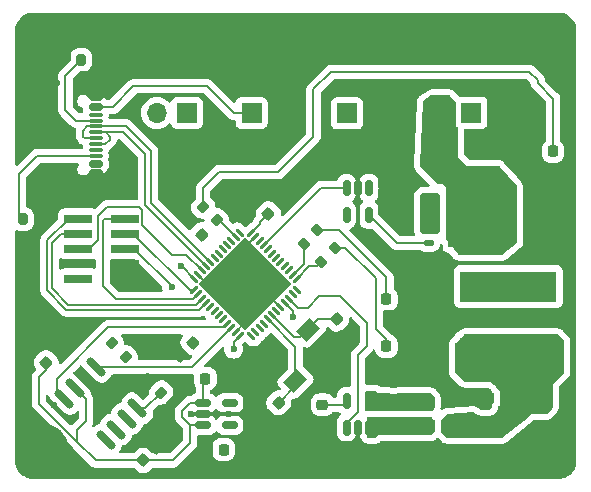
<source format=gbr>
%TF.GenerationSoftware,KiCad,Pcbnew,8.0.1*%
%TF.CreationDate,2024-06-13T11:44:25+10:00*%
%TF.ProjectId,CLD,434c442e-6b69-4636-9164-5f7063625858,rev?*%
%TF.SameCoordinates,Original*%
%TF.FileFunction,Copper,L1,Top*%
%TF.FilePolarity,Positive*%
%FSLAX46Y46*%
G04 Gerber Fmt 4.6, Leading zero omitted, Abs format (unit mm)*
G04 Created by KiCad (PCBNEW 8.0.1) date 2024-06-13 11:44:25*
%MOMM*%
%LPD*%
G01*
G04 APERTURE LIST*
G04 Aperture macros list*
%AMRoundRect*
0 Rectangle with rounded corners*
0 $1 Rounding radius*
0 $2 $3 $4 $5 $6 $7 $8 $9 X,Y pos of 4 corners*
0 Add a 4 corners polygon primitive as box body*
4,1,4,$2,$3,$4,$5,$6,$7,$8,$9,$2,$3,0*
0 Add four circle primitives for the rounded corners*
1,1,$1+$1,$2,$3*
1,1,$1+$1,$4,$5*
1,1,$1+$1,$6,$7*
1,1,$1+$1,$8,$9*
0 Add four rect primitives between the rounded corners*
20,1,$1+$1,$2,$3,$4,$5,0*
20,1,$1+$1,$4,$5,$6,$7,0*
20,1,$1+$1,$6,$7,$8,$9,0*
20,1,$1+$1,$8,$9,$2,$3,0*%
%AMRotRect*
0 Rectangle, with rotation*
0 The origin of the aperture is its center*
0 $1 length*
0 $2 width*
0 $3 Rotation angle, in degrees counterclockwise*
0 Add horizontal line*
21,1,$1,$2,0,0,$3*%
G04 Aperture macros list end*
%TA.AperFunction,SMDPad,CuDef*%
%ADD10RoundRect,0.125000X-0.300000X-0.125000X0.300000X-0.125000X0.300000X0.125000X-0.300000X0.125000X0*%
%TD*%
%TA.AperFunction,SMDPad,CuDef*%
%ADD11R,4.550000X4.410000*%
%TD*%
%TA.AperFunction,SMDPad,CuDef*%
%ADD12RoundRect,0.200000X0.053033X-0.335876X0.335876X-0.053033X-0.053033X0.335876X-0.335876X0.053033X0*%
%TD*%
%TA.AperFunction,ComponentPad*%
%ADD13R,1.700000X1.700000*%
%TD*%
%TA.AperFunction,ComponentPad*%
%ADD14O,1.700000X1.700000*%
%TD*%
%TA.AperFunction,SMDPad,CuDef*%
%ADD15RoundRect,0.225000X-0.250000X0.225000X-0.250000X-0.225000X0.250000X-0.225000X0.250000X0.225000X0*%
%TD*%
%TA.AperFunction,SMDPad,CuDef*%
%ADD16RoundRect,0.225000X0.017678X-0.335876X0.335876X-0.017678X-0.017678X0.335876X-0.335876X0.017678X0*%
%TD*%
%TA.AperFunction,SMDPad,CuDef*%
%ADD17RoundRect,0.200000X-0.200000X-0.275000X0.200000X-0.275000X0.200000X0.275000X-0.200000X0.275000X0*%
%TD*%
%TA.AperFunction,SMDPad,CuDef*%
%ADD18RoundRect,0.225000X-0.335876X-0.017678X-0.017678X-0.335876X0.335876X0.017678X0.017678X0.335876X0*%
%TD*%
%TA.AperFunction,SMDPad,CuDef*%
%ADD19RoundRect,0.150000X-0.425000X0.150000X-0.425000X-0.150000X0.425000X-0.150000X0.425000X0.150000X0*%
%TD*%
%TA.AperFunction,SMDPad,CuDef*%
%ADD20RoundRect,0.075000X-0.500000X0.075000X-0.500000X-0.075000X0.500000X-0.075000X0.500000X0.075000X0*%
%TD*%
%TA.AperFunction,ComponentPad*%
%ADD21O,2.100000X1.000000*%
%TD*%
%TA.AperFunction,ComponentPad*%
%ADD22O,1.800000X1.000000*%
%TD*%
%TA.AperFunction,SMDPad,CuDef*%
%ADD23RoundRect,0.218750X0.218750X0.256250X-0.218750X0.256250X-0.218750X-0.256250X0.218750X-0.256250X0*%
%TD*%
%TA.AperFunction,SMDPad,CuDef*%
%ADD24RoundRect,0.200000X0.335876X0.053033X0.053033X0.335876X-0.335876X-0.053033X-0.053033X-0.335876X0*%
%TD*%
%TA.AperFunction,SMDPad,CuDef*%
%ADD25RoundRect,0.150000X-0.689429X0.477297X0.477297X-0.689429X0.689429X-0.477297X-0.477297X0.689429X0*%
%TD*%
%TA.AperFunction,SMDPad,CuDef*%
%ADD26RoundRect,0.200000X0.200000X0.275000X-0.200000X0.275000X-0.200000X-0.275000X0.200000X-0.275000X0*%
%TD*%
%TA.AperFunction,SMDPad,CuDef*%
%ADD27RoundRect,0.062500X0.309359X-0.220971X-0.220971X0.309359X-0.309359X0.220971X0.220971X-0.309359X0*%
%TD*%
%TA.AperFunction,SMDPad,CuDef*%
%ADD28RoundRect,0.062500X0.309359X0.220971X0.220971X0.309359X-0.309359X-0.220971X-0.220971X-0.309359X0*%
%TD*%
%TA.AperFunction,HeatsinkPad*%
%ADD29RotRect,5.600000X5.600000X135.000000*%
%TD*%
%TA.AperFunction,SMDPad,CuDef*%
%ADD30R,2.400000X0.740000*%
%TD*%
%TA.AperFunction,SMDPad,CuDef*%
%ADD31RoundRect,0.225000X0.335876X0.017678X0.017678X0.335876X-0.335876X-0.017678X-0.017678X-0.335876X0*%
%TD*%
%TA.AperFunction,SMDPad,CuDef*%
%ADD32RoundRect,0.150000X-0.150000X0.512500X-0.150000X-0.512500X0.150000X-0.512500X0.150000X0.512500X0*%
%TD*%
%TA.AperFunction,SMDPad,CuDef*%
%ADD33RoundRect,0.225000X-0.017678X0.335876X-0.335876X0.017678X0.017678X-0.335876X0.335876X-0.017678X0*%
%TD*%
%TA.AperFunction,SMDPad,CuDef*%
%ADD34RoundRect,0.150000X0.150000X-0.512500X0.150000X0.512500X-0.150000X0.512500X-0.150000X-0.512500X0*%
%TD*%
%TA.AperFunction,SMDPad,CuDef*%
%ADD35R,8.200000X2.600000*%
%TD*%
%TA.AperFunction,SMDPad,CuDef*%
%ADD36RotRect,1.600000X1.300000X45.000000*%
%TD*%
%TA.AperFunction,SMDPad,CuDef*%
%ADD37RoundRect,0.225000X0.225000X0.250000X-0.225000X0.250000X-0.225000X-0.250000X0.225000X-0.250000X0*%
%TD*%
%TA.AperFunction,SMDPad,CuDef*%
%ADD38RoundRect,0.225000X0.250000X-0.225000X0.250000X0.225000X-0.250000X0.225000X-0.250000X-0.225000X0*%
%TD*%
%TA.AperFunction,SMDPad,CuDef*%
%ADD39RoundRect,0.225000X-0.225000X-0.250000X0.225000X-0.250000X0.225000X0.250000X-0.225000X0.250000X0*%
%TD*%
%TA.AperFunction,SMDPad,CuDef*%
%ADD40RoundRect,0.218750X-0.218750X-0.256250X0.218750X-0.256250X0.218750X0.256250X-0.218750X0.256250X0*%
%TD*%
%TA.AperFunction,SMDPad,CuDef*%
%ADD41RoundRect,0.150000X-0.512500X-0.150000X0.512500X-0.150000X0.512500X0.150000X-0.512500X0.150000X0*%
%TD*%
%TA.AperFunction,SMDPad,CuDef*%
%ADD42RoundRect,0.250000X0.312500X0.625000X-0.312500X0.625000X-0.312500X-0.625000X0.312500X-0.625000X0*%
%TD*%
%TA.AperFunction,ViaPad*%
%ADD43C,0.600000*%
%TD*%
%TA.AperFunction,ViaPad*%
%ADD44C,4.500000*%
%TD*%
%TA.AperFunction,Conductor*%
%ADD45C,0.200000*%
%TD*%
G04 APERTURE END LIST*
D10*
%TO.P,Q1,1,S*%
%TO.N,Net-(L1-Pad1)*%
X106000000Y-58710000D03*
%TO.P,Q1,2,S*%
X106000000Y-59980000D03*
%TO.P,Q1,3,S*%
X106000000Y-61250000D03*
%TO.P,Q1,4,G*%
%TO.N,Net-(Q1-G)*%
X106000000Y-62520000D03*
D11*
%TO.P,Q1,5,D*%
%TO.N,Net-(J1-Pin_2)*%
X109950000Y-60615000D03*
%TD*%
D12*
%TO.P,R4,1*%
%TO.N,Net-(U1-PA3)*%
X96906586Y-64103464D03*
%TO.P,R4,2*%
%TO.N,Net-(D2-A)*%
X98073312Y-62936738D03*
%TD*%
D13*
%TO.P,J3,1,Pin_1*%
%TO.N,+5V*%
X91008333Y-51512500D03*
D14*
%TO.P,J3,2,Pin_2*%
%TO.N,GND*%
X93548333Y-51512500D03*
%TD*%
D15*
%TO.P,C7,1*%
%TO.N,+3.3V*%
X97000000Y-76200000D03*
%TO.P,C7,2*%
%TO.N,GND*%
X97000000Y-77750000D03*
%TD*%
D16*
%TO.P,C1,1*%
%TO.N,+5V*%
X81826769Y-80924982D03*
%TO.P,C1,2*%
%TO.N,GND*%
X82922785Y-79828966D03*
%TD*%
D17*
%TO.P,R9,1*%
%TO.N,Net-(J6-CC1)*%
X76600000Y-47000000D03*
%TO.P,R9,2*%
%TO.N,GND*%
X78250000Y-47000000D03*
%TD*%
D18*
%TO.P,C4,1*%
%TO.N,GND*%
X92201992Y-74951992D03*
%TO.P,C4,2*%
%TO.N,Net-(U1-PD0)*%
X93298008Y-76048008D03*
%TD*%
D19*
%TO.P,J6,A1,GND*%
%TO.N,GND*%
X77825000Y-50190000D03*
%TO.P,J6,A4,VBUS*%
%TO.N,+5V*%
X77825000Y-50990000D03*
D20*
%TO.P,J6,A5,CC1*%
%TO.N,Net-(J6-CC1)*%
X77825000Y-52140000D03*
%TO.P,J6,A6,D+*%
%TO.N,/USB_DP*%
X77825000Y-53140000D03*
%TO.P,J6,A7,D-*%
%TO.N,/USB_DM*%
X77825000Y-53640000D03*
%TO.P,J6,A8*%
%TO.N,N/C*%
X77825000Y-54640000D03*
D19*
%TO.P,J6,A9,VBUS*%
%TO.N,+5V*%
X77825000Y-55790000D03*
%TO.P,J6,A12,GND*%
%TO.N,GND*%
X77825000Y-56590000D03*
%TO.P,J6,B1,GND*%
X77825000Y-56590000D03*
%TO.P,J6,B4,VBUS*%
%TO.N,+5V*%
X77825000Y-55790000D03*
D20*
%TO.P,J6,B5,CC2*%
%TO.N,Net-(J6-CC2)*%
X77825000Y-55140000D03*
%TO.P,J6,B6,D+*%
%TO.N,/USB_DP*%
X77825000Y-54140000D03*
%TO.P,J6,B7,D-*%
%TO.N,/USB_DM*%
X77825000Y-52640000D03*
%TO.P,J6,B8*%
%TO.N,N/C*%
X77825000Y-51640000D03*
D19*
%TO.P,J6,B9,VBUS*%
%TO.N,+5V*%
X77825000Y-50990000D03*
%TO.P,J6,B12,GND*%
%TO.N,GND*%
X77825000Y-50190000D03*
D21*
%TO.P,J6,S1,SHIELD*%
X77250000Y-49070000D03*
D22*
X73070000Y-49070000D03*
D21*
X77250000Y-57710000D03*
D22*
X73070000Y-57710000D03*
%TD*%
D16*
%TO.P,C11,1*%
%TO.N,+5V*%
X73624011Y-72646169D03*
%TO.P,C11,2*%
%TO.N,GND*%
X74720027Y-71550153D03*
%TD*%
D13*
%TO.P,J4,1,Pin_1*%
%TO.N,/Can_H*%
X85525000Y-51500000D03*
D14*
%TO.P,J4,2,Pin_2*%
%TO.N,/Can_L*%
X82985000Y-51500000D03*
%TD*%
D23*
%TO.P,D1,1,K*%
%TO.N,GND*%
X104000000Y-67250000D03*
%TO.P,D1,2,A*%
%TO.N,Net-(D1-A)*%
X102424998Y-67250000D03*
%TD*%
D24*
%TO.P,R6,1*%
%TO.N,Net-(U4-Rs)*%
X83333363Y-75185337D03*
%TO.P,R6,2*%
%TO.N,GND*%
X82166637Y-74018611D03*
%TD*%
D25*
%TO.P,U4,1,TXD*%
%TO.N,/Can_Tx*%
X77846949Y-73004846D03*
%TO.P,U4,2,VSS*%
%TO.N,GND*%
X76948924Y-73902872D03*
%TO.P,U4,3,VDD*%
%TO.N,+5V*%
X76050898Y-74800898D03*
%TO.P,U4,4,RXD*%
%TO.N,/Can_Rx*%
X75152872Y-75698923D03*
%TO.P,U4,5,Vref*%
%TO.N,unconnected-(U4-Vref-Pad5)*%
X78653051Y-79199102D03*
%TO.P,U4,6,CANL*%
%TO.N,/Can_L*%
X79551076Y-78301076D03*
%TO.P,U4,7,CANH*%
%TO.N,/Can_H*%
X80449102Y-77403050D03*
%TO.P,U4,8,Rs*%
%TO.N,Net-(U4-Rs)*%
X81347128Y-76505025D03*
%TD*%
D12*
%TO.P,R3,1*%
%TO.N,Net-(U1-PA4)*%
X95406586Y-62603464D03*
%TO.P,R3,2*%
%TO.N,Net-(D1-A)*%
X96573312Y-61436738D03*
%TD*%
D16*
%TO.P,C9,1*%
%TO.N,+3.3V*%
X92438128Y-60021313D03*
%TO.P,C9,2*%
%TO.N,GND*%
X93534144Y-58925297D03*
%TD*%
D26*
%TO.P,R7,1*%
%TO.N,GND*%
X107575000Y-76000000D03*
%TO.P,R7,2*%
%TO.N,Net-(U3--)*%
X105925000Y-76000000D03*
%TD*%
%TO.P,R2,1*%
%TO.N,Net-(L1-Pad2)*%
X107575000Y-78000000D03*
%TO.P,R2,2*%
%TO.N,Net-(U3-+)*%
X105925000Y-78000000D03*
%TD*%
D27*
%TO.P,U1,1,VBAT*%
%TO.N,unconnected-(U1-VBAT-Pad1)*%
X90976085Y-70395324D03*
%TO.P,U1,2,PC13*%
%TO.N,unconnected-(U1-PC13-Pad2)*%
X91329638Y-70041771D03*
%TO.P,U1,3,PC14*%
%TO.N,unconnected-(U1-PC14-Pad3)*%
X91683192Y-69688217D03*
%TO.P,U1,4,PC15*%
%TO.N,unconnected-(U1-PC15-Pad4)*%
X92036745Y-69334664D03*
%TO.P,U1,5,PD0*%
%TO.N,Net-(U1-PD0)*%
X92390298Y-68981111D03*
%TO.P,U1,6,PD1*%
%TO.N,Net-(U1-PD1)*%
X92743852Y-68627557D03*
%TO.P,U1,7,NRST*%
%TO.N,unconnected-(U1-NRST-Pad7)*%
X93097405Y-68274004D03*
%TO.P,U1,8,VSSA*%
%TO.N,GND*%
X93450959Y-67920450D03*
%TO.P,U1,9,VDDA*%
%TO.N,+3.3V*%
X93804512Y-67566897D03*
%TO.P,U1,10,PA0*%
%TO.N,/Current*%
X94158065Y-67213344D03*
%TO.P,U1,11,PA1*%
%TO.N,unconnected-(U1-PA1-Pad11)*%
X94511619Y-66859790D03*
%TO.P,U1,12,PA2*%
%TO.N,unconnected-(U1-PA2-Pad12)*%
X94865172Y-66506237D03*
D28*
%TO.P,U1,13,PA3*%
%TO.N,Net-(U1-PA3)*%
X94865172Y-65533965D03*
%TO.P,U1,14,PA4*%
%TO.N,Net-(U1-PA4)*%
X94511619Y-65180412D03*
%TO.P,U1,15,PA5*%
%TO.N,unconnected-(U1-PA5-Pad15)*%
X94158065Y-64826858D03*
%TO.P,U1,16,PA6*%
%TO.N,unconnected-(U1-PA6-Pad16)*%
X93804512Y-64473305D03*
%TO.P,U1,17,PA7*%
%TO.N,unconnected-(U1-PA7-Pad17)*%
X93450959Y-64119752D03*
%TO.P,U1,18,PB0*%
%TO.N,unconnected-(U1-PB0-Pad18)*%
X93097405Y-63766198D03*
%TO.P,U1,19,PB1*%
%TO.N,unconnected-(U1-PB1-Pad19)*%
X92743852Y-63412645D03*
%TO.P,U1,20,PB2*%
%TO.N,unconnected-(U1-PB2-Pad20)*%
X92390298Y-63059091D03*
%TO.P,U1,21,PB10*%
%TO.N,/Mos_EN*%
X92036745Y-62705538D03*
%TO.P,U1,22,PB11*%
%TO.N,unconnected-(U1-PB11-Pad22)*%
X91683192Y-62351985D03*
%TO.P,U1,23,VSS*%
%TO.N,GND*%
X91329638Y-61998431D03*
%TO.P,U1,24,VDD*%
%TO.N,+3.3V*%
X90976085Y-61644878D03*
D27*
%TO.P,U1,25,PB12*%
%TO.N,unconnected-(U1-PB12-Pad25)*%
X90003813Y-61644878D03*
%TO.P,U1,26,PB13*%
%TO.N,Net-(U1-PB13)*%
X89650260Y-61998431D03*
%TO.P,U1,27,PB14*%
%TO.N,unconnected-(U1-PB14-Pad27)*%
X89296706Y-62351985D03*
%TO.P,U1,28,PB15*%
%TO.N,unconnected-(U1-PB15-Pad28)*%
X88943153Y-62705538D03*
%TO.P,U1,29,PA8*%
%TO.N,unconnected-(U1-PA8-Pad29)*%
X88589600Y-63059091D03*
%TO.P,U1,30,PA9*%
%TO.N,unconnected-(U1-PA9-Pad30)*%
X88236046Y-63412645D03*
%TO.P,U1,31,PA10*%
%TO.N,unconnected-(U1-PA10-Pad31)*%
X87882493Y-63766198D03*
%TO.P,U1,32,PA11*%
%TO.N,/USB_DM*%
X87528939Y-64119752D03*
%TO.P,U1,33,PA12*%
%TO.N,/USB_DP*%
X87175386Y-64473305D03*
%TO.P,U1,34,PA13*%
%TO.N,/JTAG_SWDIO*%
X86821833Y-64826858D03*
%TO.P,U1,35,VSS*%
%TO.N,GND*%
X86468279Y-65180412D03*
%TO.P,U1,36,VDD*%
%TO.N,+3.3V*%
X86114726Y-65533965D03*
D28*
%TO.P,U1,37,PA14*%
%TO.N,/JTAG_CLK*%
X86114726Y-66506237D03*
%TO.P,U1,38,PA15*%
%TO.N,/JTAG_D1*%
X86468279Y-66859790D03*
%TO.P,U1,39,PB3*%
%TO.N,/JTAG_D0*%
X86821833Y-67213344D03*
%TO.P,U1,40,PB4*%
%TO.N,/JTAG_RST*%
X87175386Y-67566897D03*
%TO.P,U1,41,PB5*%
%TO.N,unconnected-(U1-PB5-Pad41)*%
X87528939Y-67920450D03*
%TO.P,U1,42,PB6*%
%TO.N,unconnected-(U1-PB6-Pad42)*%
X87882493Y-68274004D03*
%TO.P,U1,43,PB7*%
%TO.N,unconnected-(U1-PB7-Pad43)*%
X88236046Y-68627557D03*
%TO.P,U1,44,BOOT0*%
%TO.N,unconnected-(U1-BOOT0-Pad44)*%
X88589600Y-68981111D03*
%TO.P,U1,45,PB8*%
%TO.N,/Can_Rx*%
X88943153Y-69334664D03*
%TO.P,U1,46,PB9*%
%TO.N,/Can_Tx*%
X89296706Y-69688217D03*
%TO.P,U1,47,VSS*%
%TO.N,GND*%
X89650260Y-70041771D03*
%TO.P,U1,48,VDD*%
%TO.N,+3.3V*%
X90003813Y-70395324D03*
D29*
%TO.P,U1,49,VSS*%
%TO.N,GND*%
X90489949Y-66020101D03*
%TD*%
D30*
%TO.P,J5,1,Pin_1*%
%TO.N,GND*%
X80250000Y-65540000D03*
%TO.P,J5,2,Pin_2*%
%TO.N,unconnected-(J5-Pin_2-Pad2)*%
X76350000Y-65540000D03*
%TO.P,J5,3,Pin_3*%
%TO.N,GND*%
X80250000Y-64270000D03*
%TO.P,J5,4,Pin_4*%
X76350000Y-64270000D03*
%TO.P,J5,5,Pin_5*%
%TO.N,+3.3V*%
X80250000Y-63000000D03*
%TO.P,J5,6,Pin_6*%
%TO.N,/JTAG_SWDIO*%
X76350000Y-63000000D03*
%TO.P,J5,7,Pin_7*%
%TO.N,/JTAG_CLK*%
X80250000Y-61730000D03*
%TO.P,J5,8,Pin_8*%
%TO.N,/JTAG_D0*%
X76350000Y-61730000D03*
%TO.P,J5,9,Pin_9*%
%TO.N,/JTAG_D1*%
X80250000Y-60460000D03*
%TO.P,J5,10,Pin_10*%
%TO.N,/JTAG_RST*%
X76350000Y-60460000D03*
%TD*%
D24*
%TO.P,R5,1*%
%TO.N,/Can_H*%
X80333363Y-72185337D03*
%TO.P,R5,2*%
%TO.N,/Can_L*%
X79166637Y-71018611D03*
%TD*%
D17*
%TO.P,R10,1*%
%TO.N,Net-(J6-CC2)*%
X71675000Y-60500000D03*
%TO.P,R10,2*%
%TO.N,GND*%
X73325000Y-60500000D03*
%TD*%
D24*
%TO.P,R8,1*%
%TO.N,Net-(U1-PB13)*%
X88073312Y-60603464D03*
%TO.P,R8,2*%
%TO.N,Net-(D3-A)*%
X86906586Y-59436738D03*
%TD*%
D23*
%TO.P,D2,1,K*%
%TO.N,GND*%
X104000000Y-71250000D03*
%TO.P,D2,2,A*%
%TO.N,Net-(D2-A)*%
X102424998Y-71250000D03*
%TD*%
D31*
%TO.P,C5,1*%
%TO.N,GND*%
X99298008Y-70048008D03*
%TO.P,C5,2*%
%TO.N,Net-(U1-PD1)*%
X98201992Y-68951992D03*
%TD*%
%TO.P,C6,1*%
%TO.N,+3.3V*%
X86798008Y-61798008D03*
%TO.P,C6,2*%
%TO.N,GND*%
X85701992Y-60701992D03*
%TD*%
D32*
%TO.P,U2,1,VDD*%
%TO.N,VDD*%
X100949999Y-57862500D03*
%TO.P,U2,2,GND*%
%TO.N,GND*%
X100000000Y-57862500D03*
%TO.P,U2,3,IN+*%
%TO.N,/Mos_EN*%
X99050001Y-57862500D03*
%TO.P,U2,4,XREF*%
%TO.N,+3.3V*%
X99050001Y-60137500D03*
%TO.P,U2,5,OUT*%
%TO.N,Net-(Q1-G)*%
X100949999Y-60137500D03*
%TD*%
D13*
%TO.P,J1,1,Pin_1*%
%TO.N,VDD*%
X109624999Y-51475000D03*
D14*
%TO.P,J1,2,Pin_2*%
%TO.N,Net-(J1-Pin_2)*%
X107084999Y-51475000D03*
%TD*%
D33*
%TO.P,C8,1*%
%TO.N,+3.3V*%
X86048008Y-70951992D03*
%TO.P,C8,2*%
%TO.N,GND*%
X84951992Y-72048008D03*
%TD*%
D34*
%TO.P,U3,1*%
%TO.N,/Current*%
X99050000Y-78137500D03*
%TO.P,U3,2,GND*%
%TO.N,GND*%
X100000000Y-78137500D03*
%TO.P,U3,3,+*%
%TO.N,Net-(U3-+)*%
X100950000Y-78137500D03*
%TO.P,U3,4,-*%
%TO.N,Net-(U3--)*%
X100950000Y-75862500D03*
%TO.P,U3,5,V+*%
%TO.N,+3.3V*%
X99050000Y-75862500D03*
%TD*%
D35*
%TO.P,L1,1,1*%
%TO.N,Net-(L1-Pad1)*%
X112750000Y-66200000D03*
%TO.P,L1,2,2*%
%TO.N,Net-(L1-Pad2)*%
X112750000Y-71800000D03*
%TD*%
D36*
%TO.P,Y2,1,1*%
%TO.N,Net-(U1-PD0)*%
X94719670Y-74156676D03*
%TO.P,Y2,2,2*%
%TO.N,GND*%
X97406676Y-71469670D03*
%TO.P,Y2,3,3*%
%TO.N,Net-(U1-PD1)*%
X95780330Y-69843324D03*
%TO.P,Y2,4,4*%
%TO.N,GND*%
X93093324Y-72530330D03*
%TD*%
D13*
%TO.P,J2,1,Pin_1*%
%TO.N,VDD*%
X99091666Y-51537500D03*
D14*
%TO.P,J2,2,Pin_2*%
%TO.N,GND*%
X101631666Y-51537500D03*
%TD*%
D37*
%TO.P,C3,1*%
%TO.N,+3.3V*%
X88650000Y-80000000D03*
%TO.P,C3,2*%
%TO.N,GND*%
X87100000Y-80000000D03*
%TD*%
D38*
%TO.P,C13,1*%
%TO.N,Net-(U3-+)*%
X103825000Y-77775000D03*
%TO.P,C13,2*%
%TO.N,Net-(U3--)*%
X103825000Y-76225000D03*
%TD*%
D39*
%TO.P,C2,1*%
%TO.N,+5V*%
X87100000Y-74000000D03*
%TO.P,C2,2*%
%TO.N,GND*%
X88650000Y-74000000D03*
%TD*%
D40*
%TO.P,D3,1,K*%
%TO.N,GND*%
X114962499Y-54750000D03*
%TO.P,D3,2,A*%
%TO.N,Net-(D3-A)*%
X116537501Y-54750000D03*
%TD*%
D41*
%TO.P,U5,1,VIN*%
%TO.N,+5V*%
X86875000Y-76050000D03*
%TO.P,U5,2,GND*%
%TO.N,GND*%
X86875000Y-77000000D03*
%TO.P,U5,3,EN*%
%TO.N,+5V*%
X86875000Y-77950000D03*
%TO.P,U5,4,NC*%
%TO.N,unconnected-(U5-NC-Pad4)*%
X89150000Y-77950000D03*
%TO.P,U5,5,VOUT*%
%TO.N,+3.3V*%
X89150000Y-76050000D03*
%TD*%
D42*
%TO.P,R1,1*%
%TO.N,Net-(L1-Pad2)*%
X113712500Y-75750000D03*
%TO.P,R1,2*%
%TO.N,GND*%
X110787500Y-75750000D03*
%TD*%
D43*
%TO.N,GND*%
X72000000Y-53750000D03*
X75250000Y-53500000D03*
X72000000Y-50750000D03*
X73750000Y-52000000D03*
X72000000Y-71250000D03*
X72250000Y-62500000D03*
X72250000Y-66250000D03*
X103000000Y-81000000D03*
%TO.N,+3.3V*%
X89150000Y-76050000D03*
X88650000Y-80000000D03*
X97000000Y-76200000D03*
%TO.N,GND*%
X104250000Y-60000000D03*
X85875000Y-77000000D03*
X101250000Y-73500000D03*
X106500000Y-73000000D03*
D44*
X116250000Y-45500000D03*
D43*
X115500000Y-60000000D03*
X85250000Y-74500000D03*
X88125000Y-77000000D03*
X95000000Y-58250000D03*
X117000000Y-62500000D03*
X117000000Y-58000000D03*
X103000000Y-74500000D03*
X80250000Y-65500000D03*
X93093324Y-72530330D03*
X98000000Y-73750000D03*
X74000000Y-69000000D03*
X104250000Y-61500000D03*
D44*
X73250000Y-45500000D03*
D43*
X106500000Y-68750000D03*
X82922785Y-79828966D03*
X96000000Y-48500000D03*
X117250000Y-48500000D03*
X102750000Y-60000000D03*
X106500000Y-71500000D03*
X107575000Y-76000000D03*
X89000000Y-67500000D03*
X87500000Y-66000000D03*
X102500000Y-63500000D03*
X118000000Y-68750000D03*
X80000000Y-48500000D03*
X91250000Y-71750000D03*
X83750000Y-78000000D03*
X96500000Y-56250000D03*
X97406676Y-71469670D03*
X77000000Y-69500000D03*
X89500000Y-57500000D03*
X101500000Y-62500000D03*
X89125000Y-77000000D03*
X88000000Y-48500000D03*
X74500000Y-49000000D03*
X90750000Y-57500000D03*
X86875000Y-77000000D03*
X92000000Y-67000000D03*
X91500000Y-81750000D03*
X110500000Y-81000000D03*
X87125000Y-80000000D03*
X106500000Y-70250000D03*
X92000000Y-65000000D03*
X96750000Y-80750000D03*
X93000000Y-66000000D03*
X103500000Y-63500000D03*
X110500000Y-45000000D03*
X76000000Y-58000000D03*
X118000000Y-74750000D03*
X88625000Y-74000000D03*
X82250000Y-74000000D03*
X110750000Y-75750000D03*
D44*
X116250000Y-80000000D03*
D43*
X76500000Y-44000000D03*
X78500000Y-49000000D03*
X80250000Y-64250000D03*
X100500000Y-61500000D03*
X88125000Y-75000000D03*
X95750000Y-57500000D03*
X104500000Y-73750000D03*
X92201992Y-74951992D03*
X80000000Y-58000000D03*
X89500000Y-65000000D03*
X85000000Y-72000000D03*
X76250000Y-64250000D03*
X84250000Y-58000000D03*
X82000000Y-45000000D03*
X74250000Y-76250000D03*
X104500000Y-72500000D03*
X76500000Y-82000000D03*
X78250000Y-74750000D03*
X108750000Y-75750000D03*
X103500000Y-60750000D03*
D44*
X73250000Y-80000000D03*
D43*
X77000000Y-74000000D03*
X99000000Y-56250000D03*
%TO.N,+3.3V*%
X92438128Y-60021313D03*
X86048008Y-70951992D03*
X94500000Y-68750000D03*
X84250000Y-66250000D03*
X99050001Y-60137500D03*
X85000000Y-64500000D03*
X86750000Y-61750000D03*
X89500000Y-71500000D03*
%TO.N,VDD*%
X100949999Y-57862500D03*
%TO.N,+5V*%
X73624011Y-72646169D03*
X77825000Y-50990000D03*
X77825000Y-55790000D03*
%TO.N,/Can_L*%
X79551076Y-78301076D03*
X79250000Y-71000000D03*
%TO.N,/Can_H*%
X80449102Y-77403050D03*
X80333363Y-72185337D03*
%TO.N,Net-(L1-Pad1)*%
X106000000Y-58750000D03*
X111750000Y-66750000D03*
X109750000Y-65500000D03*
X106000000Y-61250000D03*
X115750000Y-66750000D03*
X113750000Y-66750000D03*
X109750000Y-66750000D03*
X113750000Y-65500000D03*
X115750000Y-65500000D03*
X106000000Y-60000000D03*
X111750000Y-65500000D03*
%TD*%
D45*
%TO.N,+3.3V*%
X80250000Y-63000000D02*
X81080000Y-63000000D01*
X81080000Y-63000000D02*
X84250000Y-66170000D01*
X84250000Y-66170000D02*
X84250000Y-66250000D01*
X86114726Y-65533965D02*
X85080761Y-64500000D01*
X85080761Y-64500000D02*
X85000000Y-64500000D01*
X93804512Y-67566897D02*
X94500000Y-68262385D01*
X94500000Y-68262385D02*
X94500000Y-68750000D01*
X90003813Y-70395324D02*
X89500000Y-70899137D01*
X89500000Y-70899137D02*
X89500000Y-71500000D01*
%TO.N,Net-(Q1-G)*%
X103332499Y-62520000D02*
X106000000Y-62520000D01*
X100949999Y-60137500D02*
X103332499Y-62520000D01*
%TO.N,GND*%
X89125000Y-77000000D02*
X85875000Y-77000000D01*
X87307968Y-66020101D02*
X90489949Y-66020101D01*
X89650260Y-70041771D02*
X90489949Y-69202082D01*
X91550610Y-66020101D02*
X90489949Y-66020101D01*
X93450959Y-67920450D02*
X91550610Y-66020101D01*
X86468279Y-65180412D02*
X87307968Y-66020101D01*
X90489949Y-69202082D02*
X90489949Y-66020101D01*
X91329638Y-61998431D02*
X90489949Y-62838120D01*
X90489949Y-62838120D02*
X90489949Y-66020101D01*
%TO.N,/Mos_EN*%
X92036745Y-62705538D02*
X96879783Y-57862500D01*
X96879783Y-57862500D02*
X99050001Y-57862500D01*
%TO.N,/JTAG_D1*%
X79950000Y-60460000D02*
X78550000Y-60460000D01*
X78400000Y-66150000D02*
X79500000Y-67250000D01*
X78550000Y-60460000D02*
X78400000Y-60610000D01*
X86078069Y-67250000D02*
X86468279Y-66859790D01*
X79500000Y-67250000D02*
X86078069Y-67250000D01*
X78400000Y-60610000D02*
X78400000Y-66150000D01*
%TO.N,+3.3V*%
X91750000Y-60870963D02*
X91750000Y-60709441D01*
X98712500Y-76200000D02*
X99050000Y-75862500D01*
X90976085Y-61644878D02*
X91750000Y-60870963D01*
X91750000Y-60709441D02*
X92438128Y-60021313D01*
X97000000Y-76200000D02*
X98712500Y-76200000D01*
%TO.N,/JTAG_RST*%
X73700000Y-66515686D02*
X75334315Y-68150000D01*
X75334315Y-68150000D02*
X86592283Y-68150000D01*
X73700000Y-62280000D02*
X73700000Y-66515686D01*
X76350000Y-60460000D02*
X75520000Y-60460000D01*
X75520000Y-60460000D02*
X73700000Y-62280000D01*
X86592283Y-68150000D02*
X87175386Y-67566897D01*
%TO.N,/Can_Tx*%
X77867234Y-73025131D02*
X85959792Y-73025131D01*
X77846949Y-73004846D02*
X77867234Y-73025131D01*
X85959792Y-73025131D02*
X89296706Y-69688217D01*
%TO.N,/JTAG_D0*%
X74100000Y-66350000D02*
X75500000Y-67750000D01*
X74100000Y-62500000D02*
X74100000Y-66350000D01*
X75500000Y-67750000D02*
X86285177Y-67750000D01*
X86285177Y-67750000D02*
X86821833Y-67213344D01*
X74870000Y-61730000D02*
X74100000Y-62500000D01*
X76050000Y-61730000D02*
X74870000Y-61730000D01*
%TO.N,/JTAG_CLK*%
X79950000Y-61730000D02*
X81005000Y-61730000D01*
X81005000Y-61730000D02*
X85781237Y-66506237D01*
X85781237Y-66506237D02*
X86114726Y-66506237D01*
%TO.N,/JTAG_SWDIO*%
X81494975Y-59500000D02*
X81750000Y-59755025D01*
X81750000Y-61000000D02*
X84250000Y-63500000D01*
X78000000Y-60250000D02*
X78750000Y-59500000D01*
X81750000Y-59755025D02*
X81750000Y-61000000D01*
X84250000Y-63500000D02*
X85494975Y-63500000D01*
X78000000Y-62250000D02*
X78000000Y-60250000D01*
X76050000Y-63000000D02*
X77250000Y-63000000D01*
X78750000Y-59500000D02*
X81494975Y-59500000D01*
X77250000Y-63000000D02*
X78000000Y-62250000D01*
X85494975Y-63500000D02*
X86821833Y-64826858D01*
%TO.N,/Can_Rx*%
X78845805Y-69654195D02*
X74500000Y-74000000D01*
X74500000Y-75046051D02*
X75152872Y-75698923D01*
X74500000Y-74000000D02*
X74500000Y-75046051D01*
X88943153Y-69334664D02*
X88623622Y-69654195D01*
X88623622Y-69654195D02*
X78845805Y-69654195D01*
%TO.N,/Current*%
X100000000Y-76834448D02*
X100000000Y-72000000D01*
X99050000Y-78137500D02*
X99050000Y-77784448D01*
X100750000Y-71250000D02*
X100750000Y-69250000D01*
X96750000Y-67000000D02*
X95750000Y-68000000D01*
X95750000Y-68000000D02*
X94944721Y-68000000D01*
X94944721Y-68000000D02*
X94158065Y-67213344D01*
X99050000Y-77784448D02*
X100000000Y-76834448D01*
X100000000Y-72000000D02*
X100750000Y-71250000D01*
X100750000Y-69250000D02*
X98500000Y-67000000D01*
X98500000Y-67000000D02*
X96750000Y-67000000D01*
%TO.N,+5V*%
X79260000Y-50990000D02*
X81000000Y-49250000D01*
X85125000Y-76750000D02*
X85125000Y-77250000D01*
X76050898Y-74800898D02*
X77000000Y-75750000D01*
X85825000Y-77950000D02*
X86875000Y-77950000D01*
X85825000Y-79425000D02*
X85825000Y-77950000D01*
X76250000Y-79351974D02*
X77823008Y-80924982D01*
X81000000Y-49250000D02*
X87250000Y-49250000D01*
X81826769Y-80924982D02*
X84325018Y-80924982D01*
X73624011Y-73227963D02*
X73624011Y-72646169D01*
X77000000Y-75750000D02*
X77000000Y-77601974D01*
X87100000Y-74000000D02*
X87125000Y-74000000D01*
X73000000Y-73851974D02*
X73624011Y-73227963D01*
X73000000Y-76101974D02*
X73000000Y-73851974D01*
X76250000Y-78351974D02*
X76250000Y-79351974D01*
X84325018Y-80924982D02*
X85825000Y-79425000D01*
X76250000Y-79351974D02*
X73000000Y-76101974D01*
X85125000Y-77250000D02*
X85825000Y-77950000D01*
X89512500Y-51512500D02*
X91008333Y-51512500D01*
X77825000Y-50990000D02*
X79260000Y-50990000D01*
X86875000Y-76050000D02*
X85825000Y-76050000D01*
X77000000Y-77601974D02*
X76250000Y-78351974D01*
X85825000Y-76050000D02*
X85125000Y-76750000D01*
X87125000Y-73975000D02*
X87100000Y-74000000D01*
X87250000Y-49250000D02*
X89512500Y-51512500D01*
X86875000Y-74225000D02*
X87100000Y-74000000D01*
X86875000Y-76000000D02*
X86875000Y-74225000D01*
X87125000Y-74000000D02*
X87125000Y-73975000D01*
X77823008Y-80924982D02*
X81826769Y-80924982D01*
X86875000Y-76050000D02*
X86875000Y-76000000D01*
%TO.N,Net-(U4-Rs)*%
X81347128Y-76505025D02*
X82013675Y-76505025D01*
X82013675Y-76505025D02*
X83333363Y-75185337D01*
%TO.N,Net-(D1-A)*%
X102424998Y-65424998D02*
X102424998Y-67250000D01*
X98436738Y-61436738D02*
X102424998Y-65424998D01*
X96573312Y-61436738D02*
X98436738Y-61436738D01*
%TO.N,Net-(D2-A)*%
X98073312Y-62936738D02*
X98936738Y-62936738D01*
X102424998Y-70674998D02*
X102424998Y-71250000D01*
X101500000Y-69750000D02*
X102424998Y-70674998D01*
X101500000Y-65500000D02*
X101500000Y-69750000D01*
X98936738Y-62936738D02*
X101500000Y-65500000D01*
%TO.N,Net-(U1-PD0)*%
X94719670Y-71310483D02*
X94719670Y-74156676D01*
X93298008Y-76048008D02*
X94719670Y-74626346D01*
X92390298Y-68981111D02*
X94719670Y-71310483D01*
X94719670Y-74626346D02*
X94719670Y-74156676D01*
%TO.N,Net-(U1-PD1)*%
X98201992Y-68951992D02*
X96671662Y-68951992D01*
X92743852Y-68627557D02*
X94616295Y-70500000D01*
X96671662Y-68951992D02*
X95780330Y-69843324D01*
X94616295Y-70500000D02*
X95123654Y-70500000D01*
X95123654Y-70500000D02*
X95780330Y-69843324D01*
%TO.N,Net-(J6-CC1)*%
X75250000Y-48350000D02*
X75250000Y-51250000D01*
X75250000Y-51250000D02*
X76140000Y-52140000D01*
X76140000Y-52140000D02*
X77825000Y-52140000D01*
X76600000Y-47000000D02*
X75250000Y-48350000D01*
%TO.N,Net-(J6-CC2)*%
X71350000Y-60175000D02*
X71350000Y-56650000D01*
X71675000Y-60500000D02*
X71350000Y-60175000D01*
X71350000Y-56650000D02*
X72860000Y-55140000D01*
X72860000Y-55140000D02*
X77825000Y-55140000D01*
%TO.N,Net-(U1-PA4)*%
X94511619Y-65180412D02*
X95406586Y-64285445D01*
X95406586Y-64285445D02*
X95406586Y-62603464D01*
%TO.N,Net-(U1-PA3)*%
X96510050Y-64500000D02*
X96906586Y-64103464D01*
X94865172Y-65533965D02*
X95899137Y-64500000D01*
X95899137Y-64500000D02*
X96510050Y-64500000D01*
%TO.N,Net-(D3-A)*%
X115250000Y-48750000D02*
X115250000Y-49000000D01*
X86906586Y-57843414D02*
X88250000Y-56500000D01*
X114500000Y-48000000D02*
X115250000Y-48750000D01*
X96250000Y-53500000D02*
X96250000Y-49500000D01*
X88250000Y-56500000D02*
X93250000Y-56500000D01*
X86906586Y-59436738D02*
X86906586Y-57843414D01*
X97750000Y-48000000D02*
X114500000Y-48000000D01*
X116537501Y-50287501D02*
X116537501Y-54750000D01*
X93250000Y-56500000D02*
X96250000Y-53500000D01*
X115250000Y-49000000D02*
X116537501Y-50287501D01*
X96250000Y-49500000D02*
X97750000Y-48000000D01*
%TO.N,Net-(U1-PB13)*%
X88255293Y-60603464D02*
X88073312Y-60603464D01*
X89650260Y-61998431D02*
X88255293Y-60603464D01*
%TO.N,/USB_DM*%
X87528939Y-64119752D02*
X82500000Y-59090813D01*
X77110000Y-52640000D02*
X76750000Y-53000000D01*
X82500000Y-59090813D02*
X82500000Y-54750000D01*
X80390000Y-52640000D02*
X77825000Y-52640000D01*
X76890000Y-53640000D02*
X77825000Y-53640000D01*
X82500000Y-54750000D02*
X80390000Y-52640000D01*
X77825000Y-52640000D02*
X77110000Y-52640000D01*
X76750000Y-53000000D02*
X76750000Y-53500000D01*
X76750000Y-53500000D02*
X76890000Y-53640000D01*
%TO.N,/USB_DP*%
X80140000Y-53140000D02*
X77825000Y-53140000D01*
X77825000Y-53140000D02*
X78640000Y-53140000D01*
X79000000Y-53500000D02*
X79000000Y-53750000D01*
X78640000Y-53140000D02*
X79000000Y-53500000D01*
X78610000Y-54140000D02*
X77825000Y-54140000D01*
X87175386Y-64473305D02*
X82000000Y-59297919D01*
X79000000Y-53750000D02*
X78610000Y-54140000D01*
X82000000Y-55000000D02*
X80140000Y-53140000D01*
X82000000Y-59297919D02*
X82000000Y-55000000D01*
%TD*%
%TA.AperFunction,Conductor*%
%TO.N,Net-(L1-Pad1)*%
G36*
X106765677Y-58269685D02*
G01*
X106786319Y-58286319D01*
X106963681Y-58463681D01*
X106997166Y-58525004D01*
X107000000Y-58551362D01*
X107000000Y-61448638D01*
X106980315Y-61515677D01*
X106963681Y-61536319D01*
X106786319Y-61713681D01*
X106724996Y-61747166D01*
X106698638Y-61750000D01*
X105551362Y-61750000D01*
X105484323Y-61730315D01*
X105463681Y-61713681D01*
X105286319Y-61536319D01*
X105252834Y-61474996D01*
X105250000Y-61448638D01*
X105250000Y-58551362D01*
X105269685Y-58484323D01*
X105286319Y-58463681D01*
X105463681Y-58286319D01*
X105525004Y-58252834D01*
X105551362Y-58250000D01*
X106698638Y-58250000D01*
X106765677Y-58269685D01*
G37*
%TD.AperFunction*%
%TD*%
%TA.AperFunction,Conductor*%
%TO.N,Net-(J1-Pin_2)*%
G36*
X107765677Y-50019685D02*
G01*
X107786319Y-50036319D01*
X108238180Y-50488180D01*
X108271665Y-50549503D01*
X108274499Y-50575861D01*
X108274499Y-52372870D01*
X108274500Y-52372876D01*
X108280907Y-52432483D01*
X108331201Y-52567328D01*
X108331202Y-52567329D01*
X108331203Y-52567331D01*
X108417451Y-52682543D01*
X108417450Y-52682543D01*
X108417451Y-52682544D01*
X108417453Y-52682546D01*
X108450313Y-52707145D01*
X108492181Y-52763075D01*
X108500000Y-52806409D01*
X108500000Y-55250000D01*
X109250000Y-56000000D01*
X111942968Y-56000000D01*
X112010007Y-56019685D01*
X112037116Y-56043302D01*
X113470148Y-57715173D01*
X113498831Y-57778883D01*
X113500000Y-57795870D01*
X113500000Y-62440402D01*
X113480315Y-62507441D01*
X113453462Y-62537230D01*
X112283965Y-63472828D01*
X112219319Y-63499336D01*
X112206503Y-63500000D01*
X108559598Y-63500000D01*
X108492559Y-63480315D01*
X108462770Y-63453462D01*
X107527172Y-62283965D01*
X107500664Y-62219319D01*
X107500000Y-62206503D01*
X107500000Y-57750000D01*
X107250000Y-57500000D01*
X106801362Y-57500000D01*
X106734323Y-57480315D01*
X106713681Y-57463681D01*
X105288674Y-56038674D01*
X105255189Y-55977351D01*
X105252483Y-55945366D01*
X105497149Y-50562716D01*
X105519857Y-50496641D01*
X105552235Y-50465176D01*
X106218761Y-50020826D01*
X106285460Y-50000018D01*
X106287544Y-50000000D01*
X107698638Y-50000000D01*
X107765677Y-50019685D01*
G37*
%TD.AperFunction*%
%TD*%
%TA.AperFunction,Conductor*%
%TO.N,Net-(U3--)*%
G36*
X101515677Y-75019685D02*
G01*
X101536319Y-75036319D01*
X101750000Y-75250000D01*
X102698599Y-75250000D01*
X102739554Y-75256958D01*
X102820745Y-75285368D01*
X102820750Y-75285369D01*
X102999996Y-75305565D01*
X103000000Y-75305565D01*
X103000004Y-75305565D01*
X103179249Y-75285369D01*
X103179252Y-75285368D01*
X103179255Y-75285368D01*
X103260446Y-75256957D01*
X103301401Y-75250000D01*
X106198638Y-75250000D01*
X106265677Y-75269685D01*
X106286319Y-75286319D01*
X106463681Y-75463681D01*
X106497166Y-75525004D01*
X106500000Y-75551362D01*
X106500000Y-76448638D01*
X106480315Y-76515677D01*
X106463681Y-76536319D01*
X106286319Y-76713681D01*
X106224996Y-76747166D01*
X106198638Y-76750000D01*
X100801362Y-76750000D01*
X100734323Y-76730315D01*
X100713681Y-76713681D01*
X100636819Y-76636819D01*
X100603334Y-76575496D01*
X100600500Y-76549138D01*
X100600500Y-75200862D01*
X100620185Y-75133823D01*
X100636819Y-75113181D01*
X100713681Y-75036319D01*
X100775004Y-75002834D01*
X100801362Y-75000000D01*
X101448638Y-75000000D01*
X101515677Y-75019685D01*
G37*
%TD.AperFunction*%
%TD*%
%TA.AperFunction,Conductor*%
%TO.N,Net-(U3-+)*%
G36*
X106265677Y-77269685D02*
G01*
X106286319Y-77286319D01*
X106463681Y-77463681D01*
X106497166Y-77525004D01*
X106500000Y-77551362D01*
X106500000Y-78448638D01*
X106480315Y-78515677D01*
X106463681Y-78536319D01*
X106286319Y-78713681D01*
X106224996Y-78747166D01*
X106198638Y-78750000D01*
X101749999Y-78750000D01*
X101536319Y-78963681D01*
X101474996Y-78997166D01*
X101448638Y-79000000D01*
X100890865Y-79000000D01*
X100823826Y-78980315D01*
X100778071Y-78927511D01*
X100768127Y-78858353D01*
X100771789Y-78841405D01*
X100797597Y-78752573D01*
X100797598Y-78752567D01*
X100800499Y-78715701D01*
X100800500Y-78715694D01*
X100800500Y-77559306D01*
X100797598Y-77522431D01*
X100797597Y-77522426D01*
X100764526Y-77408595D01*
X100764725Y-77338726D01*
X100802667Y-77280056D01*
X100866306Y-77251212D01*
X100883602Y-77250000D01*
X106198638Y-77250000D01*
X106265677Y-77269685D01*
G37*
%TD.AperFunction*%
%TD*%
%TA.AperFunction,Conductor*%
%TO.N,Net-(L1-Pad2)*%
G36*
X117015677Y-70269685D02*
G01*
X117036319Y-70286319D01*
X117463681Y-70713681D01*
X117497166Y-70775004D01*
X117500000Y-70801362D01*
X117500000Y-73448638D01*
X117480315Y-73515677D01*
X117463681Y-73536319D01*
X116500000Y-74499999D01*
X116500000Y-76448638D01*
X116480315Y-76515677D01*
X116463681Y-76536319D01*
X116036319Y-76963681D01*
X115974996Y-76997166D01*
X115948638Y-77000000D01*
X114750000Y-77000000D01*
X114606253Y-77114998D01*
X114062898Y-77549682D01*
X114062873Y-77549702D01*
X112283965Y-78972828D01*
X112219319Y-78999336D01*
X112206503Y-79000000D01*
X107551362Y-79000000D01*
X107484323Y-78980315D01*
X107463681Y-78963681D01*
X107041747Y-78541747D01*
X107008262Y-78480424D01*
X107006313Y-78453067D01*
X107005500Y-78453067D01*
X107005500Y-77551345D01*
X107005456Y-77549704D01*
X107005500Y-77549702D01*
X107005500Y-77549701D01*
X107005568Y-77549701D01*
X107006264Y-77549682D01*
X107021623Y-77484632D01*
X107041704Y-77458295D01*
X107467293Y-77032706D01*
X107528614Y-76999223D01*
X107546130Y-76996704D01*
X109812913Y-76834791D01*
X109881182Y-76849649D01*
X109909426Y-76870794D01*
X110006344Y-76967712D01*
X110155666Y-77059814D01*
X110322203Y-77114999D01*
X110424991Y-77125500D01*
X111150008Y-77125499D01*
X111150016Y-77125498D01*
X111150019Y-77125498D01*
X111206302Y-77119748D01*
X111252797Y-77114999D01*
X111419334Y-77059814D01*
X111568656Y-76967712D01*
X111692712Y-76843656D01*
X111784814Y-76694334D01*
X111839999Y-76527797D01*
X111850500Y-76425009D01*
X111850499Y-76401387D01*
X111870181Y-76334350D01*
X111919043Y-76290478D01*
X112000000Y-76250000D01*
X112000000Y-75000000D01*
X111761499Y-74761499D01*
X111743645Y-74738920D01*
X111692712Y-74656344D01*
X111568656Y-74532288D01*
X111568652Y-74532285D01*
X111486082Y-74481355D01*
X111463498Y-74463498D01*
X111250000Y-74250000D01*
X109051362Y-74250000D01*
X108984323Y-74230315D01*
X108963681Y-74213681D01*
X108286319Y-73536319D01*
X108252834Y-73474996D01*
X108250000Y-73448638D01*
X108250000Y-71051362D01*
X108269685Y-70984323D01*
X108286319Y-70963681D01*
X108963681Y-70286319D01*
X109025004Y-70252834D01*
X109051362Y-70250000D01*
X116948638Y-70250000D01*
X117015677Y-70269685D01*
G37*
%TD.AperFunction*%
%TD*%
%TA.AperFunction,Conductor*%
%TO.N,GND*%
G36*
X117004418Y-43000816D02*
G01*
X117204561Y-43015130D01*
X117222063Y-43017647D01*
X117413797Y-43059355D01*
X117430755Y-43064334D01*
X117614609Y-43132909D01*
X117630701Y-43140259D01*
X117802904Y-43234288D01*
X117817784Y-43243849D01*
X117974867Y-43361441D01*
X117988237Y-43373027D01*
X118126972Y-43511762D01*
X118138558Y-43525132D01*
X118256146Y-43682210D01*
X118265711Y-43697095D01*
X118359740Y-43869298D01*
X118367090Y-43885390D01*
X118435662Y-44069236D01*
X118440646Y-44086212D01*
X118482351Y-44277931D01*
X118484869Y-44295442D01*
X118499184Y-44495580D01*
X118499500Y-44504427D01*
X118499500Y-80995572D01*
X118499184Y-81004419D01*
X118484869Y-81204557D01*
X118482351Y-81222068D01*
X118440646Y-81413787D01*
X118435662Y-81430763D01*
X118367090Y-81614609D01*
X118359740Y-81630701D01*
X118265711Y-81802904D01*
X118256146Y-81817789D01*
X118138558Y-81974867D01*
X118126972Y-81988237D01*
X117988237Y-82126972D01*
X117974867Y-82138558D01*
X117817789Y-82256146D01*
X117802904Y-82265711D01*
X117630701Y-82359740D01*
X117614609Y-82367090D01*
X117430763Y-82435662D01*
X117413787Y-82440646D01*
X117222068Y-82482351D01*
X117204557Y-82484869D01*
X117023779Y-82497799D01*
X117004417Y-82499184D01*
X116995572Y-82499500D01*
X72504428Y-82499500D01*
X72495582Y-82499184D01*
X72473622Y-82497613D01*
X72295442Y-82484869D01*
X72277931Y-82482351D01*
X72086212Y-82440646D01*
X72069236Y-82435662D01*
X71885390Y-82367090D01*
X71869298Y-82359740D01*
X71697095Y-82265711D01*
X71682210Y-82256146D01*
X71525132Y-82138558D01*
X71511762Y-82126972D01*
X71373027Y-81988237D01*
X71361441Y-81974867D01*
X71283785Y-81871131D01*
X71243849Y-81817784D01*
X71234288Y-81802904D01*
X71140259Y-81630701D01*
X71132909Y-81614609D01*
X71064334Y-81430755D01*
X71059355Y-81413797D01*
X71017647Y-81222063D01*
X71015130Y-81204556D01*
X71000816Y-81004418D01*
X71000500Y-80995572D01*
X71000500Y-61526562D01*
X71020185Y-61459523D01*
X71072989Y-61413768D01*
X71142147Y-61403824D01*
X71177996Y-61416641D01*
X71178555Y-61415400D01*
X71185389Y-61418475D01*
X71185394Y-61418478D01*
X71347804Y-61469086D01*
X71418384Y-61475500D01*
X71418387Y-61475500D01*
X71931613Y-61475500D01*
X71931616Y-61475500D01*
X72002196Y-61469086D01*
X72164606Y-61418478D01*
X72310185Y-61330472D01*
X72430472Y-61210185D01*
X72518478Y-61064606D01*
X72569086Y-60902196D01*
X72575500Y-60831616D01*
X72575500Y-60168384D01*
X72569086Y-60097804D01*
X72518478Y-59935394D01*
X72430472Y-59789815D01*
X72430470Y-59789813D01*
X72430469Y-59789811D01*
X72310188Y-59669530D01*
X72271602Y-59646204D01*
X72164606Y-59581522D01*
X72037607Y-59541948D01*
X71979462Y-59503212D01*
X71951488Y-59439187D01*
X71950500Y-59423564D01*
X71950500Y-56950097D01*
X71970185Y-56883058D01*
X71986819Y-56862416D01*
X73072416Y-55776819D01*
X73133739Y-55743334D01*
X73160097Y-55740500D01*
X76261253Y-55740500D01*
X76328292Y-55760185D01*
X76374047Y-55812989D01*
X76383991Y-55882147D01*
X76354966Y-55945703D01*
X76348934Y-55952181D01*
X76337580Y-55963534D01*
X76337578Y-55963537D01*
X76305279Y-56019481D01*
X76269724Y-56081063D01*
X76234600Y-56212146D01*
X76234600Y-56347854D01*
X76269724Y-56478937D01*
X76337578Y-56596463D01*
X76433537Y-56692422D01*
X76551063Y-56760276D01*
X76682146Y-56795400D01*
X76682149Y-56795400D01*
X76817851Y-56795400D01*
X76817854Y-56795400D01*
X76948937Y-56760276D01*
X77066463Y-56692422D01*
X77147833Y-56611051D01*
X77209152Y-56577569D01*
X77270105Y-56579658D01*
X77297431Y-56587598D01*
X77334306Y-56590500D01*
X77773085Y-56590500D01*
X77786969Y-56591280D01*
X77824998Y-56595565D01*
X77825000Y-56595565D01*
X77825002Y-56595565D01*
X77863031Y-56591280D01*
X77876915Y-56590500D01*
X78315686Y-56590500D01*
X78315694Y-56590500D01*
X78352569Y-56587598D01*
X78352571Y-56587597D01*
X78352573Y-56587597D01*
X78394191Y-56575505D01*
X78510398Y-56541744D01*
X78651865Y-56458081D01*
X78768081Y-56341865D01*
X78851744Y-56200398D01*
X78897598Y-56042569D01*
X78900500Y-56005694D01*
X78900500Y-55574306D01*
X78897598Y-55537431D01*
X78875432Y-55461137D01*
X78875631Y-55391272D01*
X78879946Y-55379094D01*
X78885687Y-55365236D01*
X78900500Y-55252720D01*
X78900500Y-55027280D01*
X78885687Y-54914764D01*
X78885686Y-54914763D01*
X78884626Y-54906705D01*
X78887689Y-54906301D01*
X78887689Y-54873698D01*
X78884626Y-54873295D01*
X78889135Y-54839047D01*
X78900500Y-54752720D01*
X78900500Y-54737269D01*
X78920185Y-54670230D01*
X78962499Y-54629882D01*
X78978716Y-54620520D01*
X79090520Y-54508716D01*
X79090520Y-54508714D01*
X79100724Y-54498511D01*
X79100728Y-54498506D01*
X79358506Y-54240728D01*
X79358511Y-54240724D01*
X79368714Y-54230520D01*
X79368716Y-54230520D01*
X79480520Y-54118716D01*
X79523304Y-54044612D01*
X79546569Y-54004316D01*
X79546570Y-54004314D01*
X79556228Y-53987585D01*
X79559577Y-53981785D01*
X79599603Y-53832405D01*
X79635967Y-53772746D01*
X79698814Y-53742217D01*
X79719377Y-53740500D01*
X79839903Y-53740500D01*
X79906942Y-53760185D01*
X79927584Y-53776819D01*
X81363181Y-55212416D01*
X81396666Y-55273739D01*
X81399500Y-55300097D01*
X81399500Y-58775500D01*
X81379815Y-58842539D01*
X81327011Y-58888294D01*
X81275500Y-58899500D01*
X78829057Y-58899500D01*
X78670943Y-58899500D01*
X78518215Y-58940423D01*
X78518214Y-58940423D01*
X78518212Y-58940424D01*
X78518209Y-58940425D01*
X78484417Y-58959936D01*
X78484416Y-58959937D01*
X78381287Y-59019477D01*
X78381282Y-59019481D01*
X78269478Y-59131286D01*
X77821170Y-59579593D01*
X77759847Y-59613078D01*
X77690159Y-59608095D01*
X77657484Y-59595909D01*
X77657483Y-59595908D01*
X77597883Y-59589501D01*
X77597881Y-59589500D01*
X77597873Y-59589500D01*
X77597864Y-59589500D01*
X75102129Y-59589500D01*
X75102123Y-59589501D01*
X75042516Y-59595908D01*
X74907671Y-59646202D01*
X74907664Y-59646206D01*
X74792455Y-59732452D01*
X74792452Y-59732455D01*
X74706206Y-59847664D01*
X74706202Y-59847671D01*
X74655908Y-59982517D01*
X74649501Y-60042116D01*
X74649500Y-60042135D01*
X74649500Y-60429901D01*
X74629815Y-60496940D01*
X74613181Y-60517582D01*
X73331286Y-61799478D01*
X73219481Y-61911282D01*
X73219479Y-61911285D01*
X73177475Y-61984040D01*
X73177474Y-61984041D01*
X73150850Y-62030155D01*
X73140423Y-62048215D01*
X73099499Y-62200943D01*
X73099499Y-62200945D01*
X73099499Y-62369046D01*
X73099500Y-62369059D01*
X73099500Y-66429016D01*
X73099499Y-66429034D01*
X73099499Y-66436629D01*
X73099499Y-66594744D01*
X73140423Y-66747471D01*
X73168921Y-66796831D01*
X73219477Y-66884398D01*
X73219481Y-66884403D01*
X73338349Y-67003271D01*
X73338355Y-67003276D01*
X74965599Y-68630520D01*
X74965601Y-68630521D01*
X74965605Y-68630524D01*
X75080759Y-68697007D01*
X75102531Y-68709577D01*
X75255258Y-68750501D01*
X75255260Y-68750501D01*
X75420969Y-68750501D01*
X75420985Y-68750500D01*
X86505614Y-68750500D01*
X86505630Y-68750501D01*
X86513226Y-68750501D01*
X86671337Y-68750501D01*
X86671340Y-68750501D01*
X86824068Y-68709577D01*
X86857489Y-68690279D01*
X86925384Y-68673805D01*
X86991412Y-68696654D01*
X86994979Y-68699290D01*
X87024039Y-68721589D01*
X87024040Y-68721589D01*
X87024041Y-68721590D01*
X87031077Y-68725653D01*
X87029375Y-68728599D01*
X87071527Y-68762577D01*
X87076769Y-68772166D01*
X87077290Y-68771866D01*
X87081349Y-68778897D01*
X87081353Y-68778902D01*
X87081354Y-68778904D01*
X87139138Y-68854209D01*
X87164332Y-68919377D01*
X87150294Y-68987822D01*
X87101480Y-69037812D01*
X87040762Y-69053695D01*
X78766746Y-69053695D01*
X78742589Y-69060167D01*
X78742590Y-69060168D01*
X78614019Y-69094618D01*
X78614014Y-69094621D01*
X78477095Y-69173670D01*
X78477087Y-69173676D01*
X74897068Y-72753696D01*
X74835745Y-72787181D01*
X74766053Y-72782197D01*
X74710120Y-72740325D01*
X74685703Y-72674861D01*
X74685387Y-72666015D01*
X74685387Y-72579049D01*
X74685387Y-72579048D01*
X74646275Y-72414022D01*
X74570160Y-72262464D01*
X74507078Y-72185026D01*
X74085154Y-71763104D01*
X74007716Y-71700020D01*
X74007713Y-71700018D01*
X74007710Y-71700016D01*
X73856161Y-71623906D01*
X73856159Y-71623905D01*
X73856158Y-71623905D01*
X73691132Y-71584793D01*
X73521534Y-71584793D01*
X73378398Y-71618717D01*
X73356504Y-71623906D01*
X73204952Y-71700019D01*
X73127511Y-71763102D01*
X73127505Y-71763108D01*
X72740953Y-72149662D01*
X72740945Y-72149671D01*
X72677863Y-72227106D01*
X72677858Y-72227114D01*
X72601748Y-72378662D01*
X72601747Y-72378665D01*
X72601747Y-72378666D01*
X72562635Y-72543692D01*
X72562635Y-72713290D01*
X72598977Y-72866628D01*
X72601748Y-72878319D01*
X72677859Y-73029869D01*
X72677863Y-73029876D01*
X72739571Y-73105626D01*
X72766651Y-73170035D01*
X72754609Y-73238859D01*
X72731115Y-73271623D01*
X72631286Y-73371452D01*
X72519481Y-73483256D01*
X72519479Y-73483258D01*
X72502111Y-73513343D01*
X72492936Y-73529234D01*
X72462213Y-73582448D01*
X72449164Y-73605050D01*
X72440423Y-73620189D01*
X72399499Y-73772917D01*
X72399499Y-73772919D01*
X72399499Y-73941020D01*
X72399500Y-73941033D01*
X72399500Y-76015304D01*
X72399499Y-76015322D01*
X72399499Y-76181028D01*
X72399498Y-76181028D01*
X72432067Y-76302573D01*
X72440423Y-76333759D01*
X72460606Y-76368716D01*
X72493107Y-76425010D01*
X72519479Y-76470689D01*
X72638349Y-76589559D01*
X72638355Y-76589564D01*
X75765139Y-79716348D01*
X75765149Y-79716359D01*
X75769479Y-79720689D01*
X75769480Y-79720690D01*
X75881284Y-79832494D01*
X75881285Y-79832494D01*
X75888352Y-79839561D01*
X75888351Y-79839561D01*
X75888355Y-79839564D01*
X77338147Y-81289356D01*
X77338157Y-81289367D01*
X77342487Y-81293697D01*
X77342488Y-81293698D01*
X77454292Y-81405502D01*
X77534052Y-81451551D01*
X77534053Y-81451552D01*
X77591217Y-81484556D01*
X77591218Y-81484556D01*
X77591223Y-81484559D01*
X77743950Y-81525482D01*
X77743951Y-81525482D01*
X81031698Y-81525482D01*
X81098737Y-81545167D01*
X81119379Y-81561801D01*
X81365626Y-81808047D01*
X81443064Y-81871131D01*
X81443067Y-81871132D01*
X81443069Y-81871134D01*
X81594618Y-81947244D01*
X81594622Y-81947246D01*
X81759648Y-81986358D01*
X81759650Y-81986358D01*
X81929244Y-81986358D01*
X81929246Y-81986358D01*
X82094272Y-81947246D01*
X82245829Y-81871131D01*
X82323268Y-81808049D01*
X82569515Y-81561800D01*
X82630838Y-81528316D01*
X82657196Y-81525482D01*
X84238349Y-81525482D01*
X84238365Y-81525483D01*
X84245961Y-81525483D01*
X84404072Y-81525483D01*
X84404075Y-81525483D01*
X84556803Y-81484559D01*
X84556805Y-81484557D01*
X84556807Y-81484557D01*
X84556808Y-81484556D01*
X84613973Y-81451552D01*
X84613974Y-81451551D01*
X84693734Y-81405502D01*
X84805538Y-81293698D01*
X84805538Y-81293696D01*
X84815742Y-81283493D01*
X84815746Y-81283488D01*
X85800897Y-80298337D01*
X87699500Y-80298337D01*
X87699501Y-80298355D01*
X87709650Y-80397707D01*
X87709651Y-80397710D01*
X87762996Y-80558694D01*
X87763001Y-80558705D01*
X87852029Y-80703040D01*
X87852032Y-80703044D01*
X87971955Y-80822967D01*
X87971959Y-80822970D01*
X88116294Y-80911998D01*
X88116297Y-80911999D01*
X88116303Y-80912003D01*
X88277292Y-80965349D01*
X88376655Y-80975500D01*
X88923344Y-80975499D01*
X88923352Y-80975498D01*
X88923355Y-80975498D01*
X88977760Y-80969940D01*
X89022708Y-80965349D01*
X89183697Y-80912003D01*
X89328044Y-80822968D01*
X89447968Y-80703044D01*
X89537003Y-80558697D01*
X89590349Y-80397708D01*
X89600500Y-80298345D01*
X89600499Y-79701656D01*
X89595915Y-79656785D01*
X89590349Y-79602292D01*
X89590348Y-79602289D01*
X89589633Y-79600130D01*
X89537003Y-79441303D01*
X89536999Y-79441297D01*
X89536998Y-79441294D01*
X89447970Y-79296959D01*
X89447967Y-79296955D01*
X89328044Y-79177032D01*
X89328040Y-79177029D01*
X89183705Y-79088001D01*
X89183699Y-79087998D01*
X89183697Y-79087997D01*
X89154237Y-79078235D01*
X89022709Y-79034651D01*
X88923346Y-79024500D01*
X88376662Y-79024500D01*
X88376644Y-79024501D01*
X88277292Y-79034650D01*
X88277289Y-79034651D01*
X88116305Y-79087996D01*
X88116294Y-79088001D01*
X87971959Y-79177029D01*
X87971955Y-79177032D01*
X87852032Y-79296955D01*
X87852029Y-79296959D01*
X87763001Y-79441294D01*
X87762996Y-79441305D01*
X87709651Y-79602290D01*
X87699500Y-79701647D01*
X87699500Y-80298337D01*
X85800897Y-80298337D01*
X86183506Y-79915728D01*
X86183511Y-79915724D01*
X86193714Y-79905520D01*
X86193716Y-79905520D01*
X86305520Y-79793716D01*
X86330279Y-79750832D01*
X86362238Y-79695478D01*
X86362239Y-79695476D01*
X86384574Y-79656790D01*
X86384575Y-79656789D01*
X86384575Y-79656787D01*
X86384577Y-79656785D01*
X86425501Y-79504057D01*
X86425501Y-79345943D01*
X86425501Y-79338348D01*
X86425500Y-79338330D01*
X86425500Y-78874500D01*
X86445185Y-78807461D01*
X86497989Y-78761706D01*
X86549500Y-78750500D01*
X87453186Y-78750500D01*
X87453194Y-78750500D01*
X87490069Y-78747598D01*
X87490071Y-78747597D01*
X87490073Y-78747597D01*
X87531691Y-78735505D01*
X87647898Y-78701744D01*
X87789365Y-78618081D01*
X87905581Y-78501865D01*
X87905767Y-78501549D01*
X87905977Y-78501353D01*
X87910361Y-78495702D01*
X87911272Y-78496409D01*
X87956836Y-78453866D01*
X88025577Y-78441362D01*
X88090167Y-78468006D01*
X88114355Y-78495921D01*
X88114639Y-78495702D01*
X88118679Y-78500911D01*
X88119232Y-78501548D01*
X88119419Y-78501865D01*
X88119421Y-78501867D01*
X88119423Y-78501870D01*
X88235629Y-78618076D01*
X88235633Y-78618079D01*
X88235635Y-78618081D01*
X88377102Y-78701744D01*
X88418724Y-78713836D01*
X88534926Y-78747597D01*
X88534929Y-78747597D01*
X88534931Y-78747598D01*
X88571806Y-78750500D01*
X88571814Y-78750500D01*
X89728186Y-78750500D01*
X89728194Y-78750500D01*
X89765069Y-78747598D01*
X89765071Y-78747597D01*
X89765073Y-78747597D01*
X89806691Y-78735505D01*
X89922898Y-78701744D01*
X90064365Y-78618081D01*
X90180581Y-78501865D01*
X90264244Y-78360398D01*
X90298005Y-78244191D01*
X90310097Y-78202573D01*
X90310098Y-78202567D01*
X90312999Y-78165701D01*
X90313000Y-78165694D01*
X90313000Y-77734306D01*
X90310098Y-77697431D01*
X90305333Y-77681031D01*
X90264245Y-77539606D01*
X90264244Y-77539603D01*
X90264244Y-77539602D01*
X90180581Y-77398135D01*
X90180579Y-77398133D01*
X90180576Y-77398129D01*
X90064370Y-77281923D01*
X90064362Y-77281917D01*
X89922896Y-77198255D01*
X89922893Y-77198254D01*
X89765073Y-77152402D01*
X89765067Y-77152401D01*
X89728201Y-77149500D01*
X89728194Y-77149500D01*
X88571806Y-77149500D01*
X88571798Y-77149500D01*
X88534932Y-77152401D01*
X88534926Y-77152402D01*
X88377106Y-77198254D01*
X88377103Y-77198255D01*
X88235637Y-77281917D01*
X88235629Y-77281923D01*
X88119423Y-77398129D01*
X88119414Y-77398140D01*
X88119229Y-77398455D01*
X88119019Y-77398650D01*
X88114639Y-77404298D01*
X88113727Y-77403591D01*
X88068157Y-77446136D01*
X87999415Y-77458637D01*
X87934827Y-77431988D01*
X87910643Y-77404078D01*
X87910361Y-77404298D01*
X87906323Y-77399092D01*
X87905771Y-77398455D01*
X87905585Y-77398140D01*
X87905576Y-77398129D01*
X87789370Y-77281923D01*
X87789362Y-77281917D01*
X87647896Y-77198255D01*
X87647893Y-77198254D01*
X87490073Y-77152402D01*
X87490067Y-77152401D01*
X87453201Y-77149500D01*
X87453194Y-77149500D01*
X86296806Y-77149500D01*
X86296798Y-77149500D01*
X86259932Y-77152401D01*
X86259926Y-77152402D01*
X86102106Y-77198254D01*
X86102103Y-77198255D01*
X86072024Y-77216043D01*
X86004299Y-77233223D01*
X85938037Y-77211062D01*
X85921225Y-77196990D01*
X85811915Y-77087680D01*
X85778430Y-77026357D01*
X85783414Y-76956665D01*
X85811911Y-76912322D01*
X85921227Y-76803006D01*
X85982548Y-76769523D01*
X86052240Y-76774507D01*
X86072026Y-76783957D01*
X86102102Y-76801744D01*
X86106453Y-76803008D01*
X86259926Y-76847597D01*
X86259929Y-76847597D01*
X86259931Y-76847598D01*
X86296806Y-76850500D01*
X86296814Y-76850500D01*
X87453186Y-76850500D01*
X87453194Y-76850500D01*
X87490069Y-76847598D01*
X87490071Y-76847597D01*
X87490073Y-76847597D01*
X87540811Y-76832856D01*
X87647898Y-76801744D01*
X87789365Y-76718081D01*
X87905581Y-76601865D01*
X87905767Y-76601549D01*
X87905977Y-76601353D01*
X87910361Y-76595702D01*
X87911272Y-76596409D01*
X87956836Y-76553866D01*
X88025577Y-76541362D01*
X88090167Y-76568006D01*
X88114355Y-76595921D01*
X88114639Y-76595702D01*
X88118679Y-76600911D01*
X88119232Y-76601548D01*
X88119419Y-76601865D01*
X88119421Y-76601867D01*
X88119423Y-76601870D01*
X88235629Y-76718076D01*
X88235633Y-76718079D01*
X88235635Y-76718081D01*
X88377102Y-76801744D01*
X88381453Y-76803008D01*
X88534926Y-76847597D01*
X88534929Y-76847597D01*
X88534931Y-76847598D01*
X88571806Y-76850500D01*
X89098085Y-76850500D01*
X89111969Y-76851280D01*
X89149998Y-76855565D01*
X89150000Y-76855565D01*
X89150002Y-76855565D01*
X89188031Y-76851280D01*
X89201915Y-76850500D01*
X89728186Y-76850500D01*
X89728194Y-76850500D01*
X89765069Y-76847598D01*
X89765071Y-76847597D01*
X89765073Y-76847597D01*
X89815811Y-76832856D01*
X89922898Y-76801744D01*
X90064365Y-76718081D01*
X90180581Y-76601865D01*
X90264244Y-76460398D01*
X90301961Y-76330576D01*
X90310097Y-76302573D01*
X90310098Y-76302567D01*
X90313000Y-76265694D01*
X90313000Y-75834306D01*
X90310098Y-75797431D01*
X90306883Y-75786366D01*
X90271420Y-75664303D01*
X90264244Y-75639602D01*
X90180581Y-75498135D01*
X90180579Y-75498133D01*
X90180576Y-75498129D01*
X90064370Y-75381923D01*
X90064362Y-75381917D01*
X89961549Y-75321114D01*
X89922898Y-75298256D01*
X89922897Y-75298255D01*
X89922896Y-75298255D01*
X89922893Y-75298254D01*
X89765073Y-75252402D01*
X89765067Y-75252401D01*
X89728201Y-75249500D01*
X89728194Y-75249500D01*
X89201915Y-75249500D01*
X89188031Y-75248720D01*
X89150002Y-75244435D01*
X89149998Y-75244435D01*
X89111969Y-75248720D01*
X89098085Y-75249500D01*
X88571798Y-75249500D01*
X88534932Y-75252401D01*
X88534926Y-75252402D01*
X88377106Y-75298254D01*
X88377103Y-75298255D01*
X88235637Y-75381917D01*
X88235629Y-75381923D01*
X88119423Y-75498129D01*
X88119414Y-75498140D01*
X88119229Y-75498455D01*
X88119019Y-75498650D01*
X88114639Y-75504298D01*
X88113727Y-75503591D01*
X88068157Y-75546136D01*
X87999415Y-75558637D01*
X87934827Y-75531988D01*
X87910643Y-75504078D01*
X87910361Y-75504298D01*
X87906323Y-75499092D01*
X87905771Y-75498455D01*
X87905585Y-75498140D01*
X87905576Y-75498129D01*
X87789370Y-75381923D01*
X87789362Y-75381917D01*
X87686549Y-75321114D01*
X87647898Y-75298256D01*
X87647897Y-75298255D01*
X87647896Y-75298255D01*
X87647895Y-75298254D01*
X87564904Y-75274143D01*
X87506019Y-75236536D01*
X87476813Y-75173064D01*
X87475500Y-75155067D01*
X87475500Y-75053964D01*
X87495185Y-74986925D01*
X87547989Y-74941170D01*
X87560485Y-74936262D01*
X87633697Y-74912003D01*
X87778044Y-74822968D01*
X87897968Y-74703044D01*
X87987003Y-74558697D01*
X88040349Y-74397708D01*
X88050500Y-74298345D01*
X88050499Y-73701656D01*
X88046049Y-73658097D01*
X88040349Y-73602292D01*
X88040348Y-73602289D01*
X88033772Y-73582445D01*
X87987003Y-73441303D01*
X87986999Y-73441297D01*
X87986998Y-73441294D01*
X87897970Y-73296959D01*
X87897967Y-73296955D01*
X87778044Y-73177032D01*
X87778040Y-73177029D01*
X87633705Y-73088001D01*
X87633699Y-73087998D01*
X87633697Y-73087997D01*
X87633694Y-73087996D01*
X87472709Y-73034651D01*
X87373352Y-73024500D01*
X87109018Y-73024500D01*
X87041979Y-73004815D01*
X86996224Y-72952011D01*
X86986280Y-72882853D01*
X87015305Y-72819297D01*
X87021322Y-72812835D01*
X88489605Y-71344552D01*
X88550927Y-71311068D01*
X88620619Y-71316052D01*
X88676552Y-71357924D01*
X88700969Y-71423388D01*
X88700505Y-71446116D01*
X88694435Y-71499994D01*
X88694435Y-71500003D01*
X88714630Y-71679249D01*
X88714631Y-71679254D01*
X88774211Y-71849523D01*
X88819089Y-71920945D01*
X88870184Y-72002262D01*
X88997738Y-72129816D01*
X89049832Y-72162549D01*
X89137061Y-72217359D01*
X89150478Y-72225789D01*
X89216054Y-72248735D01*
X89320745Y-72285368D01*
X89320750Y-72285369D01*
X89499996Y-72305565D01*
X89500000Y-72305565D01*
X89500004Y-72305565D01*
X89679249Y-72285369D01*
X89679252Y-72285368D01*
X89679255Y-72285368D01*
X89849522Y-72225789D01*
X90002262Y-72129816D01*
X90129816Y-72002262D01*
X90225789Y-71849522D01*
X90285368Y-71679255D01*
X90285621Y-71677009D01*
X90305565Y-71500003D01*
X90305565Y-71499996D01*
X90285369Y-71320750D01*
X90285366Y-71320737D01*
X90239503Y-71189670D01*
X90227533Y-71155464D01*
X90223971Y-71085688D01*
X90256890Y-71026835D01*
X90402269Y-70881455D01*
X90463590Y-70847973D01*
X90533282Y-70852957D01*
X90577629Y-70881458D01*
X90825046Y-71128874D01*
X90825057Y-71128884D01*
X90913121Y-71196460D01*
X90913123Y-71196460D01*
X90913126Y-71196463D01*
X91050084Y-71253192D01*
X91160313Y-71267703D01*
X91197055Y-71272541D01*
X91197056Y-71272541D01*
X91197057Y-71272541D01*
X91246046Y-71266091D01*
X91344028Y-71253192D01*
X91480985Y-71196463D01*
X91569064Y-71128877D01*
X91709637Y-70988303D01*
X91777224Y-70900224D01*
X91777227Y-70900216D01*
X91781290Y-70893181D01*
X91784265Y-70894898D01*
X91818036Y-70852857D01*
X91827812Y-70847514D01*
X91827500Y-70846973D01*
X91834532Y-70842912D01*
X91834538Y-70842910D01*
X91922617Y-70775324D01*
X92063190Y-70634750D01*
X92130777Y-70546671D01*
X92130779Y-70546664D01*
X92134841Y-70539632D01*
X92137810Y-70541346D01*
X92171615Y-70499285D01*
X92181365Y-70493961D01*
X92181053Y-70493420D01*
X92188089Y-70489357D01*
X92188092Y-70489356D01*
X92276171Y-70421770D01*
X92416744Y-70281196D01*
X92484331Y-70193117D01*
X92484334Y-70193109D01*
X92488397Y-70186074D01*
X92491372Y-70187791D01*
X92525143Y-70145750D01*
X92534919Y-70140407D01*
X92534607Y-70139866D01*
X92541636Y-70135807D01*
X92541636Y-70135806D01*
X92541645Y-70135803D01*
X92542561Y-70135100D01*
X92543474Y-70134746D01*
X92548686Y-70131738D01*
X92549154Y-70132549D01*
X92607722Y-70109898D01*
X92676168Y-70123927D01*
X92705738Y-70145786D01*
X94082851Y-71522899D01*
X94116336Y-71584222D01*
X94119170Y-71610580D01*
X94119170Y-73078761D01*
X94099485Y-73145800D01*
X94082851Y-73166442D01*
X93306615Y-73942678D01*
X93306609Y-73942685D01*
X93268987Y-73989370D01*
X93268985Y-73989372D01*
X93209200Y-74120282D01*
X93209199Y-74120286D01*
X93188719Y-74262742D01*
X93209199Y-74405197D01*
X93209200Y-74405201D01*
X93268986Y-74536112D01*
X93268987Y-74536113D01*
X93268988Y-74536115D01*
X93306607Y-74582798D01*
X93306610Y-74582801D01*
X93306615Y-74582807D01*
X93499205Y-74775397D01*
X93532690Y-74836720D01*
X93527706Y-74906412D01*
X93485834Y-74962345D01*
X93420370Y-74986762D01*
X93407707Y-74986477D01*
X93407707Y-74986632D01*
X93400485Y-74986632D01*
X93230887Y-74986632D01*
X93065861Y-75025744D01*
X93065857Y-75025745D01*
X92914307Y-75101856D01*
X92914306Y-75101857D01*
X92914304Y-75101858D01*
X92914303Y-75101859D01*
X92893352Y-75118926D01*
X92836864Y-75164941D01*
X92836858Y-75164947D01*
X92414950Y-75586857D01*
X92414939Y-75586869D01*
X92351861Y-75664300D01*
X92351855Y-75664308D01*
X92275745Y-75815857D01*
X92275744Y-75815860D01*
X92275744Y-75815861D01*
X92236632Y-75980887D01*
X92236632Y-76150485D01*
X92272677Y-76302569D01*
X92275745Y-76315514D01*
X92334100Y-76431707D01*
X92351859Y-76467068D01*
X92414941Y-76544507D01*
X92801509Y-76931073D01*
X92851633Y-76971905D01*
X92878945Y-76994155D01*
X92878953Y-76994160D01*
X93019002Y-77064495D01*
X93030505Y-77070272D01*
X93195531Y-77109384D01*
X93195533Y-77109384D01*
X93365127Y-77109384D01*
X93365129Y-77109384D01*
X93530155Y-77070272D01*
X93681713Y-76994157D01*
X93759151Y-76931075D01*
X94181073Y-76509151D01*
X94244157Y-76431713D01*
X94320272Y-76280155D01*
X94359384Y-76115129D01*
X94359384Y-75945531D01*
X94354333Y-75924219D01*
X94358026Y-75854447D01*
X94387307Y-75807942D01*
X94477056Y-75718193D01*
X94538377Y-75684710D01*
X94582381Y-75683138D01*
X94613604Y-75687627D01*
X94756061Y-75667146D01*
X94886977Y-75607358D01*
X94933660Y-75569739D01*
X96132732Y-74370666D01*
X96170352Y-74323983D01*
X96174862Y-74314109D01*
X96230139Y-74193069D01*
X96230138Y-74193069D01*
X96230140Y-74193067D01*
X96250621Y-74050610D01*
X96230140Y-73908153D01*
X96223567Y-73893761D01*
X96170353Y-73777239D01*
X96170352Y-73777238D01*
X96170352Y-73777237D01*
X96132733Y-73730554D01*
X96132728Y-73730549D01*
X96132724Y-73730544D01*
X95356489Y-72954309D01*
X95323004Y-72892986D01*
X95320170Y-72866628D01*
X95320170Y-71450090D01*
X95339855Y-71383051D01*
X95392659Y-71337296D01*
X95461817Y-71327352D01*
X95495679Y-71337295D01*
X95531807Y-71353794D01*
X95674264Y-71374275D01*
X95816721Y-71353794D01*
X95947637Y-71294006D01*
X95994320Y-71256387D01*
X97193392Y-70057314D01*
X97231012Y-70010631D01*
X97290800Y-69879715D01*
X97311281Y-69737258D01*
X97311280Y-69737257D01*
X97312543Y-69728480D01*
X97314636Y-69728780D01*
X97330966Y-69673168D01*
X97383770Y-69627413D01*
X97452928Y-69617469D01*
X97516484Y-69646494D01*
X97522952Y-69652517D01*
X97705493Y-69835057D01*
X97717003Y-69844433D01*
X97782929Y-69898139D01*
X97782937Y-69898144D01*
X97844088Y-69928855D01*
X97934489Y-69974256D01*
X98099515Y-70013368D01*
X98099517Y-70013368D01*
X98269111Y-70013368D01*
X98269113Y-70013368D01*
X98434139Y-69974256D01*
X98585697Y-69898141D01*
X98663135Y-69835059D01*
X99085057Y-69413135D01*
X99148141Y-69335697D01*
X99224256Y-69184139D01*
X99263368Y-69019113D01*
X99263368Y-68911965D01*
X99283053Y-68844926D01*
X99335857Y-68799171D01*
X99405015Y-68789227D01*
X99468571Y-68818252D01*
X99475049Y-68824284D01*
X100113181Y-69462416D01*
X100146666Y-69523739D01*
X100149500Y-69550097D01*
X100149500Y-70949902D01*
X100129815Y-71016941D01*
X100113181Y-71037583D01*
X99519481Y-71631282D01*
X99519479Y-71631284D01*
X99507124Y-71652685D01*
X99489579Y-71683075D01*
X99450812Y-71750220D01*
X99443372Y-71763108D01*
X99440423Y-71768215D01*
X99399499Y-71920943D01*
X99399499Y-71920945D01*
X99399499Y-72089046D01*
X99399500Y-72089059D01*
X99399500Y-74575888D01*
X99379815Y-74642927D01*
X99327011Y-74688682D01*
X99268152Y-74699086D01*
X99268132Y-74699596D01*
X99265789Y-74699504D01*
X99265778Y-74699506D01*
X99265717Y-74699501D01*
X99265699Y-74699500D01*
X99265694Y-74699500D01*
X98834306Y-74699500D01*
X98834298Y-74699500D01*
X98797432Y-74702401D01*
X98797426Y-74702402D01*
X98639606Y-74748254D01*
X98639603Y-74748255D01*
X98498137Y-74831917D01*
X98498129Y-74831923D01*
X98381923Y-74948129D01*
X98381917Y-74948137D01*
X98298255Y-75089603D01*
X98298254Y-75089606D01*
X98252402Y-75247426D01*
X98252401Y-75247432D01*
X98249500Y-75284298D01*
X98249500Y-75475500D01*
X98229815Y-75542539D01*
X98177011Y-75588294D01*
X98125500Y-75599500D01*
X97940004Y-75599500D01*
X97872965Y-75579815D01*
X97834465Y-75540596D01*
X97822968Y-75521956D01*
X97703044Y-75402032D01*
X97703040Y-75402029D01*
X97558705Y-75313001D01*
X97558699Y-75312998D01*
X97558697Y-75312997D01*
X97530951Y-75303803D01*
X97397709Y-75259651D01*
X97298346Y-75249500D01*
X96701662Y-75249500D01*
X96701644Y-75249501D01*
X96602292Y-75259650D01*
X96602289Y-75259651D01*
X96441305Y-75312996D01*
X96441294Y-75313001D01*
X96296959Y-75402029D01*
X96296955Y-75402032D01*
X96177032Y-75521955D01*
X96177029Y-75521959D01*
X96088001Y-75666294D01*
X96087996Y-75666305D01*
X96034651Y-75827290D01*
X96024500Y-75926647D01*
X96024500Y-76473337D01*
X96024501Y-76473355D01*
X96034650Y-76572707D01*
X96034651Y-76572710D01*
X96087996Y-76733694D01*
X96088001Y-76733705D01*
X96177029Y-76878040D01*
X96177032Y-76878044D01*
X96296955Y-76997967D01*
X96296959Y-76997970D01*
X96441294Y-77086998D01*
X96441297Y-77086999D01*
X96441303Y-77087003D01*
X96602292Y-77140349D01*
X96701655Y-77150500D01*
X97298344Y-77150499D01*
X97298352Y-77150498D01*
X97298355Y-77150498D01*
X97352760Y-77144940D01*
X97397708Y-77140349D01*
X97558697Y-77087003D01*
X97703044Y-76997968D01*
X97822968Y-76878044D01*
X97834465Y-76859403D01*
X97886412Y-76812679D01*
X97940004Y-76800500D01*
X98354192Y-76800500D01*
X98421231Y-76820185D01*
X98441868Y-76836814D01*
X98483094Y-76878040D01*
X98498133Y-76893079D01*
X98498140Y-76893085D01*
X98498455Y-76893271D01*
X98498650Y-76893480D01*
X98504298Y-76897861D01*
X98503591Y-76898772D01*
X98546136Y-76944343D01*
X98558637Y-77013085D01*
X98531988Y-77077673D01*
X98504078Y-77101856D01*
X98504298Y-77102139D01*
X98499092Y-77106176D01*
X98498455Y-77106729D01*
X98498140Y-77106914D01*
X98498129Y-77106923D01*
X98381923Y-77223129D01*
X98381917Y-77223137D01*
X98298255Y-77364603D01*
X98298254Y-77364606D01*
X98252402Y-77522426D01*
X98252401Y-77522432D01*
X98249500Y-77559298D01*
X98249500Y-78715701D01*
X98252401Y-78752567D01*
X98252402Y-78752573D01*
X98298254Y-78910393D01*
X98298255Y-78910396D01*
X98381917Y-79051862D01*
X98381923Y-79051870D01*
X98498129Y-79168076D01*
X98498133Y-79168079D01*
X98498135Y-79168081D01*
X98639602Y-79251744D01*
X98681224Y-79263836D01*
X98797426Y-79297597D01*
X98797429Y-79297597D01*
X98797431Y-79297598D01*
X98834306Y-79300500D01*
X98834314Y-79300500D01*
X99265686Y-79300500D01*
X99265694Y-79300500D01*
X99302569Y-79297598D01*
X99302571Y-79297597D01*
X99302573Y-79297597D01*
X99344191Y-79285505D01*
X99460398Y-79251744D01*
X99601865Y-79168081D01*
X99718081Y-79051865D01*
X99801744Y-78910398D01*
X99835505Y-78794191D01*
X99847597Y-78752573D01*
X99847598Y-78752567D01*
X99847989Y-78747597D01*
X99850500Y-78715694D01*
X99850500Y-77884544D01*
X99870185Y-77817505D01*
X99886815Y-77796867D01*
X99937820Y-77745862D01*
X99999142Y-77712378D01*
X100068834Y-77717362D01*
X100124767Y-77759234D01*
X100149184Y-77824698D01*
X100149500Y-77833544D01*
X100149500Y-78715701D01*
X100152401Y-78752567D01*
X100152402Y-78752573D01*
X100198254Y-78910393D01*
X100198255Y-78910396D01*
X100281920Y-79051868D01*
X100285540Y-79056535D01*
X100306531Y-79097590D01*
X100318250Y-79137499D01*
X100318251Y-79137501D01*
X100318252Y-79137504D01*
X100335130Y-79163767D01*
X100396036Y-79258537D01*
X100396044Y-79258548D01*
X100441788Y-79311340D01*
X100441791Y-79311343D01*
X100441795Y-79311347D01*
X100550529Y-79405567D01*
X100550532Y-79405568D01*
X100550533Y-79405569D01*
X100627748Y-79440833D01*
X100681406Y-79465338D01*
X100748445Y-79485023D01*
X100748449Y-79485024D01*
X100890865Y-79505500D01*
X100890868Y-79505500D01*
X101448640Y-79505500D01*
X101458786Y-79504955D01*
X101502678Y-79502603D01*
X101502686Y-79502602D01*
X101502688Y-79502602D01*
X101502689Y-79502602D01*
X101509682Y-79501849D01*
X101529036Y-79499769D01*
X101529046Y-79499767D01*
X101529049Y-79499767D01*
X101546519Y-79496936D01*
X101582448Y-79491114D01*
X101717257Y-79440832D01*
X101778580Y-79407347D01*
X101893762Y-79321123D01*
X101903545Y-79311340D01*
X101923067Y-79291819D01*
X101984390Y-79258334D01*
X102010748Y-79255500D01*
X106198640Y-79255500D01*
X106208786Y-79254955D01*
X106252678Y-79252603D01*
X106252686Y-79252602D01*
X106252688Y-79252602D01*
X106252689Y-79252602D01*
X106260667Y-79251744D01*
X106279036Y-79249769D01*
X106279046Y-79249767D01*
X106279049Y-79249767D01*
X106288648Y-79248211D01*
X106332448Y-79241114D01*
X106467257Y-79190832D01*
X106528580Y-79157347D01*
X106643761Y-79071123D01*
X106662317Y-79052567D01*
X106723639Y-79019080D01*
X106793331Y-79024063D01*
X106837681Y-79052565D01*
X107106239Y-79321123D01*
X107106246Y-79321129D01*
X107106262Y-79321144D01*
X107146480Y-79357271D01*
X107146492Y-79357281D01*
X107146500Y-79357288D01*
X107167142Y-79373922D01*
X107211026Y-79405567D01*
X107341903Y-79465338D01*
X107408942Y-79485023D01*
X107408946Y-79485024D01*
X107551362Y-79505500D01*
X107551365Y-79505500D01*
X112206523Y-79505500D01*
X112232637Y-79504824D01*
X112232654Y-79504823D01*
X112232658Y-79504823D01*
X112245474Y-79504159D01*
X112271565Y-79502129D01*
X112411102Y-79467043D01*
X112475748Y-79440535D01*
X112475749Y-79440534D01*
X112475749Y-79440533D01*
X112476261Y-79440324D01*
X112478690Y-79438802D01*
X112599748Y-79367557D01*
X114893354Y-77532671D01*
X114958000Y-77506164D01*
X114970816Y-77505500D01*
X115948640Y-77505500D01*
X115958786Y-77504955D01*
X116002678Y-77502603D01*
X116002686Y-77502602D01*
X116002688Y-77502602D01*
X116002689Y-77502602D01*
X116009682Y-77501849D01*
X116029036Y-77499769D01*
X116029046Y-77499767D01*
X116029049Y-77499767D01*
X116038648Y-77498211D01*
X116082448Y-77491114D01*
X116217257Y-77440832D01*
X116278580Y-77407347D01*
X116393761Y-77321123D01*
X116821123Y-76893761D01*
X116857288Y-76853500D01*
X116873922Y-76832858D01*
X116905567Y-76788974D01*
X116965338Y-76658097D01*
X116985023Y-76591058D01*
X116985024Y-76591054D01*
X117005500Y-76448638D01*
X117005500Y-74760746D01*
X117025185Y-74693707D01*
X117041819Y-74673065D01*
X117410984Y-74303900D01*
X117821123Y-73893762D01*
X117857288Y-73853500D01*
X117873922Y-73832858D01*
X117905567Y-73788974D01*
X117965338Y-73658097D01*
X117985023Y-73591058D01*
X117985024Y-73591054D01*
X118005500Y-73448638D01*
X118005500Y-70801362D01*
X118002603Y-70747322D01*
X117999769Y-70720964D01*
X117998158Y-70711025D01*
X117994379Y-70687704D01*
X117991114Y-70667552D01*
X117940832Y-70532743D01*
X117907347Y-70471420D01*
X117821123Y-70356239D01*
X117821118Y-70356234D01*
X117821113Y-70356228D01*
X117393776Y-69928892D01*
X117393761Y-69928877D01*
X117393737Y-69928855D01*
X117353519Y-69892728D01*
X117353507Y-69892718D01*
X117332856Y-69876076D01*
X117288974Y-69844433D01*
X117158100Y-69784663D01*
X117091055Y-69764976D01*
X117043582Y-69758150D01*
X116948638Y-69744500D01*
X109051362Y-69744500D01*
X109051360Y-69744500D01*
X108997311Y-69747397D01*
X108997310Y-69747397D01*
X108970977Y-69750229D01*
X108970950Y-69750232D01*
X108917554Y-69758885D01*
X108917552Y-69758885D01*
X108782747Y-69809166D01*
X108721422Y-69842651D01*
X108606244Y-69928873D01*
X108606239Y-69928877D01*
X108540361Y-69994754D01*
X108496016Y-70023252D01*
X108407669Y-70056204D01*
X108407664Y-70056206D01*
X108292455Y-70142452D01*
X108292452Y-70142455D01*
X108206205Y-70257665D01*
X108206204Y-70257666D01*
X108173251Y-70346017D01*
X108144752Y-70390363D01*
X107928874Y-70606242D01*
X107928855Y-70606262D01*
X107892728Y-70646480D01*
X107892718Y-70646492D01*
X107876076Y-70667143D01*
X107844433Y-70711025D01*
X107784663Y-70841899D01*
X107764976Y-70908944D01*
X107744500Y-71051363D01*
X107744500Y-73448640D01*
X107747397Y-73502688D01*
X107747397Y-73502689D01*
X107750229Y-73529022D01*
X107750232Y-73529049D01*
X107758885Y-73582445D01*
X107758885Y-73582447D01*
X107803349Y-73701656D01*
X107809168Y-73717257D01*
X107816429Y-73730554D01*
X107841920Y-73777239D01*
X107842653Y-73778580D01*
X107928877Y-73893761D01*
X107928878Y-73893762D01*
X107928886Y-73893771D01*
X108297858Y-74262742D01*
X108606239Y-74571123D01*
X108606255Y-74571137D01*
X108606262Y-74571144D01*
X108646480Y-74607271D01*
X108646492Y-74607281D01*
X108646500Y-74607288D01*
X108667142Y-74623922D01*
X108711026Y-74655567D01*
X108841903Y-74715338D01*
X108908942Y-74735023D01*
X108908946Y-74735024D01*
X109051362Y-74755500D01*
X110989254Y-74755500D01*
X111056293Y-74775185D01*
X111076935Y-74791819D01*
X111106056Y-74820940D01*
X111149970Y-74860021D01*
X111172554Y-74877878D01*
X111220706Y-74911594D01*
X111220709Y-74911596D01*
X111240652Y-74923897D01*
X111263235Y-74941753D01*
X111283238Y-74961755D01*
X111301098Y-74984342D01*
X111313397Y-75004282D01*
X111313404Y-75004293D01*
X111315750Y-75007643D01*
X111347120Y-75052445D01*
X111347128Y-75052456D01*
X111347130Y-75052458D01*
X111364984Y-75075037D01*
X111377950Y-75089606D01*
X111404043Y-75118926D01*
X111404061Y-75118945D01*
X111458181Y-75173065D01*
X111491666Y-75234388D01*
X111494500Y-75260746D01*
X111494500Y-75957190D01*
X111474815Y-76024229D01*
X111464927Y-76037561D01*
X111444919Y-76061066D01*
X111389160Y-76183173D01*
X111385154Y-76191946D01*
X111376415Y-76221713D01*
X111366106Y-76256824D01*
X111365598Y-76258444D01*
X111365467Y-76258996D01*
X111356058Y-76324455D01*
X111351657Y-76334091D01*
X111344122Y-76407837D01*
X111338470Y-76434236D01*
X111328113Y-76465491D01*
X111315946Y-76491583D01*
X111301096Y-76515659D01*
X111283238Y-76538244D01*
X111263244Y-76558238D01*
X111240659Y-76576096D01*
X111216583Y-76590946D01*
X111190491Y-76603113D01*
X111159236Y-76613470D01*
X111132853Y-76619120D01*
X111130566Y-76619354D01*
X111117945Y-76619998D01*
X110457065Y-76619998D01*
X110444509Y-76619361D01*
X110442911Y-76619198D01*
X110442207Y-76619126D01*
X110415762Y-76613470D01*
X110384507Y-76603113D01*
X110358415Y-76590946D01*
X110334339Y-76576096D01*
X110311754Y-76558238D01*
X110266884Y-76513368D01*
X110266868Y-76513352D01*
X110266852Y-76513338D01*
X110266839Y-76513326D01*
X110212381Y-76466136D01*
X110211519Y-76465491D01*
X110184133Y-76444988D01*
X110184128Y-76444985D01*
X110184123Y-76444981D01*
X110123487Y-76406006D01*
X110023534Y-76368715D01*
X109988682Y-76355712D01*
X109988680Y-76355711D01*
X109988676Y-76355710D01*
X109926924Y-76342270D01*
X109925336Y-76341834D01*
X109920410Y-76340853D01*
X109776906Y-76330576D01*
X109776901Y-76330576D01*
X109776898Y-76330576D01*
X108952618Y-76389453D01*
X107510115Y-76492488D01*
X107474176Y-76496351D01*
X107456656Y-76498870D01*
X107421166Y-76505274D01*
X107286357Y-76555554D01*
X107286350Y-76555557D01*
X107226991Y-76587969D01*
X107225517Y-76588739D01*
X107225029Y-76589040D01*
X107196050Y-76610734D01*
X107130586Y-76635150D01*
X107062313Y-76620297D01*
X107012908Y-76570892D01*
X106998057Y-76502618D01*
X106998999Y-76493854D01*
X107005500Y-76448638D01*
X107005500Y-75551362D01*
X107002603Y-75497322D01*
X106999769Y-75470964D01*
X106998476Y-75462987D01*
X106992664Y-75427116D01*
X106991114Y-75417552D01*
X106940832Y-75282743D01*
X106907347Y-75221420D01*
X106821123Y-75106239D01*
X106821118Y-75106234D01*
X106821113Y-75106228D01*
X106643776Y-74928892D01*
X106643761Y-74928877D01*
X106643737Y-74928855D01*
X106603519Y-74892728D01*
X106603507Y-74892718D01*
X106595772Y-74886485D01*
X106585092Y-74877878D01*
X106582856Y-74876076D01*
X106538974Y-74844433D01*
X106408100Y-74784663D01*
X106391644Y-74779831D01*
X106341058Y-74764977D01*
X106341060Y-74764977D01*
X106341055Y-74764976D01*
X106275139Y-74755499D01*
X106198638Y-74744500D01*
X103301401Y-74744500D01*
X103301381Y-74744500D01*
X103216746Y-74751638D01*
X103216743Y-74751639D01*
X103175790Y-74758596D01*
X103175789Y-74758596D01*
X103093480Y-74779827D01*
X103093466Y-74779831D01*
X103079235Y-74784811D01*
X103052167Y-74790988D01*
X103013884Y-74795301D01*
X102986121Y-74795301D01*
X102947819Y-74790986D01*
X102920755Y-74784809D01*
X102906506Y-74779824D01*
X102906502Y-74779823D01*
X102906499Y-74779822D01*
X102888522Y-74775185D01*
X102824222Y-74758599D01*
X102824205Y-74758596D01*
X102824200Y-74758595D01*
X102783271Y-74751641D01*
X102783258Y-74751640D01*
X102698616Y-74744500D01*
X102698599Y-74744500D01*
X102010746Y-74744500D01*
X101943707Y-74724815D01*
X101923065Y-74708181D01*
X101893776Y-74678892D01*
X101893761Y-74678877D01*
X101891686Y-74677013D01*
X101853519Y-74642728D01*
X101853507Y-74642718D01*
X101832856Y-74626076D01*
X101788974Y-74594433D01*
X101658100Y-74534663D01*
X101591055Y-74514976D01*
X101543582Y-74508150D01*
X101448638Y-74494500D01*
X100801362Y-74494500D01*
X100801360Y-74494500D01*
X100747311Y-74497397D01*
X100747309Y-74497397D01*
X100737756Y-74498425D01*
X100668996Y-74486020D01*
X100617859Y-74438410D01*
X100600500Y-74375136D01*
X100600500Y-72300096D01*
X100620185Y-72233057D01*
X100636815Y-72212419D01*
X101108506Y-71740727D01*
X101108511Y-71740724D01*
X101118714Y-71730520D01*
X101118716Y-71730520D01*
X101230520Y-71618716D01*
X101262273Y-71563716D01*
X101312839Y-71515500D01*
X101381446Y-71502276D01*
X101446311Y-71528243D01*
X101486840Y-71585157D01*
X101493019Y-71613112D01*
X101497061Y-71652682D01*
X101497062Y-71652685D01*
X101533653Y-71763108D01*
X101549948Y-71812284D01*
X101549953Y-71812295D01*
X101638214Y-71955387D01*
X101638217Y-71955391D01*
X101757106Y-72074280D01*
X101757110Y-72074283D01*
X101900202Y-72162544D01*
X101900205Y-72162545D01*
X101900211Y-72162549D01*
X102059813Y-72215436D01*
X102158324Y-72225500D01*
X102158329Y-72225500D01*
X102691667Y-72225500D01*
X102691672Y-72225500D01*
X102790183Y-72215436D01*
X102949785Y-72162549D01*
X103092889Y-72074281D01*
X103211779Y-71955391D01*
X103300047Y-71812287D01*
X103352934Y-71652685D01*
X103362998Y-71554174D01*
X103362998Y-70945826D01*
X103352934Y-70847315D01*
X103300047Y-70687713D01*
X103300043Y-70687707D01*
X103300042Y-70687704D01*
X103211781Y-70544612D01*
X103211778Y-70544608D01*
X103092890Y-70425720D01*
X103092889Y-70425719D01*
X102949785Y-70337451D01*
X102949783Y-70337450D01*
X102949778Y-70337447D01*
X102945053Y-70335244D01*
X102909783Y-70310546D01*
X102136819Y-69537582D01*
X102103334Y-69476259D01*
X102100500Y-69449901D01*
X102100500Y-68349500D01*
X102120185Y-68282461D01*
X102172989Y-68236706D01*
X102224500Y-68225500D01*
X102691667Y-68225500D01*
X102691672Y-68225500D01*
X102790183Y-68215436D01*
X102949785Y-68162549D01*
X103092889Y-68074281D01*
X103211779Y-67955391D01*
X103300047Y-67812287D01*
X103352934Y-67652685D01*
X103362998Y-67554174D01*
X103362998Y-67547870D01*
X108149500Y-67547870D01*
X108149501Y-67547876D01*
X108155908Y-67607483D01*
X108206202Y-67742328D01*
X108206206Y-67742335D01*
X108292452Y-67857544D01*
X108292455Y-67857547D01*
X108407664Y-67943793D01*
X108407671Y-67943797D01*
X108542517Y-67994091D01*
X108542516Y-67994091D01*
X108549444Y-67994835D01*
X108602127Y-68000500D01*
X116897872Y-68000499D01*
X116957483Y-67994091D01*
X117092331Y-67943796D01*
X117207546Y-67857546D01*
X117293796Y-67742331D01*
X117344091Y-67607483D01*
X117350500Y-67547873D01*
X117350499Y-64852128D01*
X117344091Y-64792517D01*
X117321359Y-64731570D01*
X117293797Y-64657671D01*
X117293793Y-64657664D01*
X117207547Y-64542455D01*
X117207544Y-64542452D01*
X117092335Y-64456206D01*
X117092328Y-64456202D01*
X116957482Y-64405908D01*
X116957483Y-64405908D01*
X116897883Y-64399501D01*
X116897881Y-64399500D01*
X116897873Y-64399500D01*
X116897864Y-64399500D01*
X108602129Y-64399500D01*
X108602123Y-64399501D01*
X108542516Y-64405908D01*
X108407671Y-64456202D01*
X108407664Y-64456206D01*
X108292455Y-64542452D01*
X108292452Y-64542455D01*
X108206206Y-64657664D01*
X108206202Y-64657671D01*
X108155908Y-64792517D01*
X108153765Y-64812454D01*
X108149501Y-64852123D01*
X108149500Y-64852135D01*
X108149500Y-67547870D01*
X103362998Y-67547870D01*
X103362998Y-66945826D01*
X103352934Y-66847315D01*
X103300047Y-66687713D01*
X103300043Y-66687707D01*
X103300042Y-66687704D01*
X103211781Y-66544612D01*
X103211780Y-66544611D01*
X103211779Y-66544609D01*
X103092889Y-66425719D01*
X103092888Y-66425718D01*
X103092886Y-66425716D01*
X103084399Y-66420481D01*
X103037675Y-66368532D01*
X103025498Y-66314944D01*
X103025498Y-65345943D01*
X103025498Y-65345941D01*
X102984575Y-65193214D01*
X102952016Y-65136819D01*
X102905522Y-65056288D01*
X102905519Y-65056284D01*
X102905518Y-65056282D01*
X102793714Y-64944478D01*
X102793713Y-64944477D01*
X102789383Y-64940147D01*
X102789372Y-64940137D01*
X99330153Y-61480918D01*
X99296668Y-61419595D01*
X99301652Y-61349903D01*
X99343524Y-61293970D01*
X99383235Y-61274162D01*
X99460399Y-61251744D01*
X99601866Y-61168081D01*
X99718082Y-61051865D01*
X99801745Y-60910398D01*
X99847599Y-60752569D01*
X99850501Y-60715694D01*
X99850501Y-60189414D01*
X99851281Y-60175529D01*
X99855566Y-60137501D01*
X99855566Y-60137498D01*
X99851281Y-60099469D01*
X99850501Y-60085585D01*
X99850501Y-59559313D01*
X99850500Y-59559298D01*
X99848266Y-59530914D01*
X99847599Y-59522431D01*
X99842015Y-59503212D01*
X99801746Y-59364606D01*
X99801745Y-59364603D01*
X99801745Y-59364602D01*
X99718082Y-59223135D01*
X99718080Y-59223133D01*
X99718077Y-59223129D01*
X99601871Y-59106923D01*
X99601868Y-59106921D01*
X99601866Y-59106919D01*
X99601550Y-59106732D01*
X99601354Y-59106522D01*
X99595703Y-59102139D01*
X99596410Y-59101227D01*
X99553867Y-59055664D01*
X99541363Y-58986923D01*
X99568007Y-58922333D01*
X99595922Y-58898144D01*
X99595703Y-58897861D01*
X99600912Y-58893820D01*
X99601551Y-58893267D01*
X99601866Y-58893081D01*
X99718082Y-58776865D01*
X99801745Y-58635398D01*
X99847599Y-58477569D01*
X99850501Y-58440694D01*
X99850501Y-57862501D01*
X100144434Y-57862501D01*
X100148719Y-57900529D01*
X100149499Y-57914414D01*
X100149499Y-58440701D01*
X100152400Y-58477567D01*
X100152401Y-58477573D01*
X100198253Y-58635393D01*
X100198254Y-58635396D01*
X100281916Y-58776862D01*
X100281922Y-58776870D01*
X100398128Y-58893076D01*
X100398139Y-58893085D01*
X100398454Y-58893271D01*
X100398649Y-58893480D01*
X100404297Y-58897861D01*
X100403590Y-58898772D01*
X100446135Y-58944343D01*
X100458636Y-59013085D01*
X100431987Y-59077673D01*
X100404077Y-59101856D01*
X100404297Y-59102139D01*
X100399091Y-59106176D01*
X100398454Y-59106729D01*
X100398139Y-59106914D01*
X100398128Y-59106923D01*
X100281922Y-59223129D01*
X100281916Y-59223137D01*
X100198254Y-59364603D01*
X100198253Y-59364606D01*
X100152401Y-59522426D01*
X100152400Y-59522432D01*
X100149499Y-59559298D01*
X100149499Y-60715701D01*
X100152400Y-60752567D01*
X100152401Y-60752573D01*
X100198253Y-60910393D01*
X100198254Y-60910396D01*
X100198255Y-60910398D01*
X100200942Y-60914941D01*
X100281916Y-61051862D01*
X100281922Y-61051870D01*
X100398128Y-61168076D01*
X100398132Y-61168079D01*
X100398134Y-61168081D01*
X100539601Y-61251744D01*
X100581223Y-61263836D01*
X100697425Y-61297597D01*
X100697428Y-61297597D01*
X100697430Y-61297598D01*
X100734305Y-61300500D01*
X100734313Y-61300500D01*
X101165685Y-61300500D01*
X101165693Y-61300500D01*
X101199621Y-61297829D01*
X101267995Y-61312192D01*
X101297030Y-61333766D01*
X102847638Y-62884374D01*
X102847648Y-62884385D01*
X102851978Y-62888715D01*
X102851979Y-62888716D01*
X102963783Y-63000520D01*
X103040309Y-63044702D01*
X103100714Y-63079577D01*
X103253442Y-63120501D01*
X103253445Y-63120501D01*
X103419152Y-63120501D01*
X103419168Y-63120500D01*
X105241899Y-63120500D01*
X105306674Y-63139520D01*
X105306865Y-63139199D01*
X105308132Y-63139948D01*
X105308938Y-63140185D01*
X105311014Y-63141653D01*
X105371708Y-63177547D01*
X105449610Y-63223618D01*
X105601373Y-63267709D01*
X105636837Y-63270500D01*
X106363162Y-63270499D01*
X106398627Y-63267709D01*
X106550390Y-63223618D01*
X106686420Y-63143170D01*
X106798170Y-63031420D01*
X106878618Y-62895390D01*
X106922709Y-62743627D01*
X106925500Y-62708163D01*
X106925499Y-62694570D01*
X106945179Y-62627533D01*
X106997981Y-62581775D01*
X107067138Y-62571827D01*
X107130696Y-62600848D01*
X107146289Y-62617057D01*
X107147290Y-62618307D01*
X107173830Y-62682940D01*
X107174500Y-62695815D01*
X107174500Y-62867869D01*
X107174501Y-62867876D01*
X107180908Y-62927483D01*
X107231202Y-63062328D01*
X107231206Y-63062335D01*
X107317452Y-63177544D01*
X107317455Y-63177547D01*
X107432664Y-63263793D01*
X107432671Y-63263797D01*
X107567516Y-63314091D01*
X107627118Y-63320499D01*
X107627127Y-63320500D01*
X107649443Y-63320499D01*
X107716481Y-63340181D01*
X107746274Y-63367037D01*
X108068034Y-63769237D01*
X108068036Y-63769239D01*
X108068041Y-63769245D01*
X108091038Y-63793637D01*
X108124294Y-63828912D01*
X108124299Y-63828916D01*
X108124310Y-63828928D01*
X108154099Y-63855781D01*
X108154106Y-63855786D01*
X108154109Y-63855789D01*
X108219259Y-63905565D01*
X108219262Y-63905567D01*
X108350139Y-63965338D01*
X108417178Y-63985023D01*
X108417182Y-63985024D01*
X108559598Y-64005500D01*
X108559601Y-64005500D01*
X112206523Y-64005500D01*
X112232637Y-64004824D01*
X112232654Y-64004823D01*
X112232658Y-64004823D01*
X112245474Y-64004159D01*
X112271565Y-64002129D01*
X112411102Y-63967043D01*
X112475748Y-63940535D01*
X112475749Y-63940534D01*
X112475749Y-63940533D01*
X112476261Y-63940324D01*
X112478690Y-63938802D01*
X112599748Y-63867557D01*
X113769245Y-62931959D01*
X113828928Y-62875690D01*
X113855781Y-62845901D01*
X113905567Y-62780738D01*
X113965338Y-62649861D01*
X113985023Y-62582822D01*
X113985024Y-62582818D01*
X114005500Y-62440402D01*
X114005500Y-57795870D01*
X114004307Y-57761165D01*
X114003138Y-57744178D01*
X113999565Y-57709630D01*
X113959771Y-57571362D01*
X113931088Y-57507652D01*
X113853952Y-57386198D01*
X113850337Y-57381981D01*
X113478471Y-56948137D01*
X112420920Y-55714327D01*
X112369166Y-55662155D01*
X112342057Y-55638538D01*
X112342051Y-55638533D01*
X112342047Y-55638530D01*
X112325446Y-55626069D01*
X112283304Y-55594433D01*
X112283300Y-55594431D01*
X112283298Y-55594429D01*
X112152433Y-55534664D01*
X112152428Y-55534662D01*
X112152427Y-55534662D01*
X112085388Y-55514977D01*
X112085390Y-55514977D01*
X112085385Y-55514976D01*
X112037912Y-55508150D01*
X111942968Y-55494500D01*
X111942966Y-55494500D01*
X109510746Y-55494500D01*
X109443707Y-55474815D01*
X109423065Y-55458181D01*
X109041819Y-55076935D01*
X109008334Y-55015612D01*
X109005500Y-54989254D01*
X109005500Y-52949499D01*
X109025185Y-52882460D01*
X109077989Y-52836705D01*
X109129500Y-52825499D01*
X110522870Y-52825499D01*
X110522871Y-52825499D01*
X110582482Y-52819091D01*
X110717330Y-52768796D01*
X110832545Y-52682546D01*
X110918795Y-52567331D01*
X110969090Y-52432483D01*
X110975499Y-52372873D01*
X110975498Y-50577128D01*
X110969090Y-50517517D01*
X110948199Y-50461506D01*
X110918796Y-50382671D01*
X110918792Y-50382664D01*
X110832546Y-50267455D01*
X110832543Y-50267452D01*
X110717334Y-50181206D01*
X110717327Y-50181202D01*
X110582481Y-50130908D01*
X110582482Y-50130908D01*
X110522882Y-50124501D01*
X110522880Y-50124500D01*
X110522872Y-50124500D01*
X110522863Y-50124500D01*
X108727128Y-50124500D01*
X108727119Y-50124501D01*
X108661737Y-50131529D01*
X108592977Y-50119121D01*
X108560804Y-50095920D01*
X108143776Y-49678892D01*
X108143761Y-49678877D01*
X108143737Y-49678855D01*
X108103519Y-49642728D01*
X108103507Y-49642718D01*
X108082856Y-49626076D01*
X108038974Y-49594433D01*
X107908100Y-49534663D01*
X107841055Y-49514976D01*
X107793582Y-49508150D01*
X107698638Y-49494500D01*
X106287544Y-49494500D01*
X106285956Y-49494506D01*
X106283129Y-49494519D01*
X106281071Y-49494537D01*
X106276969Y-49494588D01*
X106276964Y-49494589D01*
X106134919Y-49517454D01*
X106134910Y-49517456D01*
X106066708Y-49538733D01*
X106062689Y-49540901D01*
X105938358Y-49600224D01*
X105271845Y-50044565D01*
X105271841Y-50044568D01*
X105258044Y-50055715D01*
X105199940Y-50102659D01*
X105199936Y-50102662D01*
X105199932Y-50102666D01*
X105167568Y-50134117D01*
X105107449Y-50204320D01*
X105041800Y-50332347D01*
X105022239Y-50389267D01*
X105019735Y-50395043D01*
X104992170Y-50539759D01*
X104747503Y-55922429D01*
X104748781Y-55987955D01*
X104748782Y-55987981D01*
X104751488Y-56019964D01*
X104761241Y-56084804D01*
X104804356Y-56200396D01*
X104811523Y-56219612D01*
X104845008Y-56280935D01*
X104931232Y-56396116D01*
X104931236Y-56396120D01*
X104931241Y-56396126D01*
X106067935Y-57532819D01*
X106101420Y-57594142D01*
X106096436Y-57663834D01*
X106054564Y-57719767D01*
X105989100Y-57744184D01*
X105980254Y-57744500D01*
X105551360Y-57744500D01*
X105497311Y-57747397D01*
X105497310Y-57747397D01*
X105470977Y-57750229D01*
X105470950Y-57750232D01*
X105417554Y-57758885D01*
X105417552Y-57758885D01*
X105282747Y-57809166D01*
X105221422Y-57842651D01*
X105106240Y-57928876D01*
X105106228Y-57928886D01*
X104928892Y-58106223D01*
X104928855Y-58106262D01*
X104892728Y-58146480D01*
X104892718Y-58146492D01*
X104876076Y-58167143D01*
X104844433Y-58211025D01*
X104784663Y-58341899D01*
X104764976Y-58408944D01*
X104744500Y-58551363D01*
X104744500Y-61448640D01*
X104747397Y-61502688D01*
X104747397Y-61502689D01*
X104750229Y-61529022D01*
X104750232Y-61529049D01*
X104758885Y-61582445D01*
X104758885Y-61582447D01*
X104772326Y-61618482D01*
X104809168Y-61717257D01*
X104819443Y-61736075D01*
X104834295Y-61804345D01*
X104809879Y-61869810D01*
X104753945Y-61911681D01*
X104710611Y-61919500D01*
X103632596Y-61919500D01*
X103565557Y-61899815D01*
X103544915Y-61883181D01*
X101786818Y-60125084D01*
X101753333Y-60063761D01*
X101750499Y-60037403D01*
X101750499Y-59559313D01*
X101750498Y-59559298D01*
X101748264Y-59530914D01*
X101747597Y-59522431D01*
X101742013Y-59503212D01*
X101701744Y-59364606D01*
X101701743Y-59364603D01*
X101701743Y-59364602D01*
X101618080Y-59223135D01*
X101618078Y-59223133D01*
X101618075Y-59223129D01*
X101501869Y-59106923D01*
X101501866Y-59106921D01*
X101501864Y-59106919D01*
X101501548Y-59106732D01*
X101501352Y-59106522D01*
X101495701Y-59102139D01*
X101496408Y-59101227D01*
X101453865Y-59055664D01*
X101441361Y-58986923D01*
X101468005Y-58922333D01*
X101495920Y-58898144D01*
X101495701Y-58897861D01*
X101500910Y-58893820D01*
X101501549Y-58893267D01*
X101501864Y-58893081D01*
X101618080Y-58776865D01*
X101701743Y-58635398D01*
X101747597Y-58477569D01*
X101750499Y-58440694D01*
X101750499Y-57914414D01*
X101751279Y-57900529D01*
X101755564Y-57862501D01*
X101755564Y-57862498D01*
X101751279Y-57824469D01*
X101750499Y-57810585D01*
X101750499Y-57284313D01*
X101750498Y-57284298D01*
X101748743Y-57262000D01*
X101747597Y-57247431D01*
X101701743Y-57089602D01*
X101618080Y-56948135D01*
X101618078Y-56948133D01*
X101618075Y-56948129D01*
X101501869Y-56831923D01*
X101501861Y-56831917D01*
X101360395Y-56748255D01*
X101360392Y-56748254D01*
X101202572Y-56702402D01*
X101202566Y-56702401D01*
X101165700Y-56699500D01*
X101165693Y-56699500D01*
X100734305Y-56699500D01*
X100734297Y-56699500D01*
X100697431Y-56702401D01*
X100697425Y-56702402D01*
X100539605Y-56748254D01*
X100539602Y-56748255D01*
X100398136Y-56831917D01*
X100398128Y-56831923D01*
X100281922Y-56948129D01*
X100281916Y-56948137D01*
X100198254Y-57089603D01*
X100198253Y-57089606D01*
X100152401Y-57247426D01*
X100152400Y-57247432D01*
X100149499Y-57284298D01*
X100149499Y-57810585D01*
X100148719Y-57824469D01*
X100144434Y-57862498D01*
X100144434Y-57862501D01*
X99850501Y-57862501D01*
X99850501Y-57284306D01*
X99847599Y-57247431D01*
X99801745Y-57089602D01*
X99718082Y-56948135D01*
X99718080Y-56948133D01*
X99718077Y-56948129D01*
X99601871Y-56831923D01*
X99601863Y-56831917D01*
X99460397Y-56748255D01*
X99460394Y-56748254D01*
X99302574Y-56702402D01*
X99302568Y-56702401D01*
X99265702Y-56699500D01*
X99265695Y-56699500D01*
X98834307Y-56699500D01*
X98834299Y-56699500D01*
X98797433Y-56702401D01*
X98797427Y-56702402D01*
X98639607Y-56748254D01*
X98639604Y-56748255D01*
X98498138Y-56831917D01*
X98498130Y-56831923D01*
X98381924Y-56948129D01*
X98381918Y-56948137D01*
X98298256Y-57089603D01*
X98298255Y-57089604D01*
X98274144Y-57172596D01*
X98236537Y-57231481D01*
X98173065Y-57260687D01*
X98155068Y-57262000D01*
X96966452Y-57262000D01*
X96966436Y-57261999D01*
X96958840Y-57261999D01*
X96800726Y-57261999D01*
X96693370Y-57290765D01*
X96647993Y-57302924D01*
X96647992Y-57302925D01*
X96612849Y-57323216D01*
X96612847Y-57323217D01*
X96511073Y-57381975D01*
X96511065Y-57381981D01*
X93711185Y-60181862D01*
X93649862Y-60215347D01*
X93580170Y-60210363D01*
X93524237Y-60168491D01*
X93499820Y-60103027D01*
X93499504Y-60094181D01*
X93499504Y-59954193D01*
X93497340Y-59945061D01*
X93460392Y-59789166D01*
X93384277Y-59637608D01*
X93321195Y-59560170D01*
X92899271Y-59138248D01*
X92821833Y-59075164D01*
X92821830Y-59075162D01*
X92821827Y-59075160D01*
X92670278Y-58999050D01*
X92670276Y-58999049D01*
X92670275Y-58999049D01*
X92505249Y-58959937D01*
X92335651Y-58959937D01*
X92170625Y-58999049D01*
X92170621Y-58999050D01*
X92019069Y-59075163D01*
X91941628Y-59138246D01*
X91941622Y-59138252D01*
X91555070Y-59524806D01*
X91555062Y-59524815D01*
X91491980Y-59602250D01*
X91491975Y-59602258D01*
X91415865Y-59753806D01*
X91415864Y-59753809D01*
X91415864Y-59753810D01*
X91376752Y-59918836D01*
X91376752Y-60088434D01*
X91388381Y-60137500D01*
X91388577Y-60138327D01*
X91384883Y-60208099D01*
X91355601Y-60254604D01*
X91269477Y-60340728D01*
X91241016Y-60390027D01*
X91241015Y-60390029D01*
X91222496Y-60422103D01*
X91190422Y-60477656D01*
X91190421Y-60477659D01*
X91161082Y-60587151D01*
X91128989Y-60642737D01*
X90955938Y-60815788D01*
X90915719Y-60842664D01*
X90913127Y-60843737D01*
X90825048Y-60911324D01*
X90577629Y-61158743D01*
X90516306Y-61192228D01*
X90446614Y-61187244D01*
X90402269Y-61158744D01*
X90154850Y-60911326D01*
X90154849Y-60911325D01*
X90154840Y-60911317D01*
X90066776Y-60843741D01*
X90066772Y-60843739D01*
X89929814Y-60787010D01*
X89929811Y-60787009D01*
X89929810Y-60787009D01*
X89782843Y-60767661D01*
X89782841Y-60767661D01*
X89635871Y-60787009D01*
X89635866Y-60787011D01*
X89498912Y-60843738D01*
X89498902Y-60843744D01*
X89497970Y-60844460D01*
X89497043Y-60844818D01*
X89491873Y-60847803D01*
X89491407Y-60846996D01*
X89432797Y-60869645D01*
X89364355Y-60855596D01*
X89334818Y-60833754D01*
X89146007Y-60644943D01*
X89112522Y-60583620D01*
X89109688Y-60557262D01*
X89109688Y-60465375D01*
X89068978Y-60300206D01*
X89021824Y-60210363D01*
X88989922Y-60149579D01*
X88944550Y-60095136D01*
X88581640Y-59732226D01*
X88527197Y-59686854D01*
X88433375Y-59637612D01*
X88376569Y-59607797D01*
X88211401Y-59567088D01*
X88066962Y-59567088D01*
X87999923Y-59547403D01*
X87954168Y-59494599D01*
X87942962Y-59443088D01*
X87942962Y-59298649D01*
X87902252Y-59133480D01*
X87901099Y-59131284D01*
X87823196Y-58982853D01*
X87777824Y-58928410D01*
X87543405Y-58693991D01*
X87509920Y-58632668D01*
X87507086Y-58606310D01*
X87507086Y-58143511D01*
X87526771Y-58076472D01*
X87543405Y-58055830D01*
X88462416Y-57136819D01*
X88523739Y-57103334D01*
X88550097Y-57100500D01*
X93163331Y-57100500D01*
X93163347Y-57100501D01*
X93170943Y-57100501D01*
X93329054Y-57100501D01*
X93329057Y-57100501D01*
X93481785Y-57059577D01*
X93552558Y-57018716D01*
X93618716Y-56980520D01*
X93730520Y-56868716D01*
X93730520Y-56868714D01*
X93740724Y-56858511D01*
X93740727Y-56858506D01*
X96730520Y-53868716D01*
X96809577Y-53731784D01*
X96850501Y-53579057D01*
X96850501Y-53420942D01*
X96850501Y-53413339D01*
X96850500Y-53413329D01*
X96850500Y-52435370D01*
X97741166Y-52435370D01*
X97741167Y-52435376D01*
X97747574Y-52494983D01*
X97797868Y-52629828D01*
X97797872Y-52629835D01*
X97884118Y-52745044D01*
X97884121Y-52745047D01*
X97999330Y-52831293D01*
X97999337Y-52831297D01*
X98134183Y-52881591D01*
X98134182Y-52881591D01*
X98141110Y-52882335D01*
X98193793Y-52888000D01*
X99989538Y-52887999D01*
X100049149Y-52881591D01*
X100183997Y-52831296D01*
X100299212Y-52745046D01*
X100385462Y-52629831D01*
X100435757Y-52494983D01*
X100442166Y-52435373D01*
X100442165Y-50639628D01*
X100435757Y-50580017D01*
X100434679Y-50577128D01*
X100385463Y-50445171D01*
X100385459Y-50445164D01*
X100299213Y-50329955D01*
X100299210Y-50329952D01*
X100184001Y-50243706D01*
X100183994Y-50243702D01*
X100049148Y-50193408D01*
X100049149Y-50193408D01*
X99989549Y-50187001D01*
X99989547Y-50187000D01*
X99989539Y-50187000D01*
X99989530Y-50187000D01*
X98193795Y-50187000D01*
X98193789Y-50187001D01*
X98134182Y-50193408D01*
X97999337Y-50243702D01*
X97999330Y-50243706D01*
X97884121Y-50329952D01*
X97884118Y-50329955D01*
X97797872Y-50445164D01*
X97797868Y-50445171D01*
X97747574Y-50580017D01*
X97741167Y-50639616D01*
X97741167Y-50639623D01*
X97741166Y-50639635D01*
X97741166Y-52435370D01*
X96850500Y-52435370D01*
X96850500Y-49800097D01*
X96870185Y-49733058D01*
X96886819Y-49712416D01*
X97962416Y-48636819D01*
X98023739Y-48603334D01*
X98050097Y-48600500D01*
X114199903Y-48600500D01*
X114266942Y-48620185D01*
X114287584Y-48636819D01*
X114613180Y-48962415D01*
X114646665Y-49023738D01*
X114649499Y-49050096D01*
X114649499Y-49079054D01*
X114649498Y-49079054D01*
X114690424Y-49231789D01*
X114690425Y-49231790D01*
X114711455Y-49268214D01*
X114711456Y-49268216D01*
X114769475Y-49368709D01*
X114769481Y-49368717D01*
X114888349Y-49487585D01*
X114888355Y-49487590D01*
X115900682Y-50499917D01*
X115934167Y-50561240D01*
X115937001Y-50587598D01*
X115937001Y-53814944D01*
X115917316Y-53881983D01*
X115878100Y-53920481D01*
X115869612Y-53925716D01*
X115750717Y-54044612D01*
X115662456Y-54187704D01*
X115662451Y-54187715D01*
X115650415Y-54224037D01*
X115609565Y-54347315D01*
X115609565Y-54347316D01*
X115609564Y-54347316D01*
X115599501Y-54445818D01*
X115599501Y-55054181D01*
X115609564Y-55152683D01*
X115662451Y-55312284D01*
X115662456Y-55312295D01*
X115750717Y-55455387D01*
X115750720Y-55455391D01*
X115869609Y-55574280D01*
X115869613Y-55574283D01*
X116012705Y-55662544D01*
X116012708Y-55662545D01*
X116012714Y-55662549D01*
X116172316Y-55715436D01*
X116270827Y-55725500D01*
X116270832Y-55725500D01*
X116804170Y-55725500D01*
X116804175Y-55725500D01*
X116902686Y-55715436D01*
X117062288Y-55662549D01*
X117205392Y-55574281D01*
X117324282Y-55455391D01*
X117412550Y-55312287D01*
X117465437Y-55152685D01*
X117475501Y-55054174D01*
X117475501Y-54445826D01*
X117465437Y-54347315D01*
X117412550Y-54187713D01*
X117412546Y-54187707D01*
X117412545Y-54187704D01*
X117324284Y-54044612D01*
X117324283Y-54044611D01*
X117324282Y-54044609D01*
X117205392Y-53925719D01*
X117205391Y-53925718D01*
X117205389Y-53925716D01*
X117196902Y-53920481D01*
X117150178Y-53868532D01*
X117138001Y-53814944D01*
X117138001Y-50208445D01*
X117137999Y-50208437D01*
X117136895Y-50204315D01*
X117136895Y-50204314D01*
X117136891Y-50204303D01*
X117120825Y-50144341D01*
X117097078Y-50055717D01*
X117090641Y-50044568D01*
X117018025Y-49918791D01*
X117018022Y-49918787D01*
X117018021Y-49918785D01*
X116906217Y-49806981D01*
X116906216Y-49806980D01*
X116901886Y-49802650D01*
X116901875Y-49802640D01*
X115886819Y-48787584D01*
X115853334Y-48726261D01*
X115850500Y-48699903D01*
X115850500Y-48670945D01*
X115850500Y-48670943D01*
X115809577Y-48518216D01*
X115809577Y-48518215D01*
X115809577Y-48518214D01*
X115780639Y-48468095D01*
X115780637Y-48468092D01*
X115730520Y-48381284D01*
X115618716Y-48269480D01*
X115618715Y-48269479D01*
X115614385Y-48265149D01*
X115614374Y-48265139D01*
X114987590Y-47638355D01*
X114987588Y-47638352D01*
X114868717Y-47519481D01*
X114868716Y-47519480D01*
X114781904Y-47469360D01*
X114781904Y-47469359D01*
X114781900Y-47469358D01*
X114731785Y-47440423D01*
X114579057Y-47399499D01*
X114420943Y-47399499D01*
X114413347Y-47399499D01*
X114413331Y-47399500D01*
X97670939Y-47399500D01*
X97660880Y-47402195D01*
X97660881Y-47402196D01*
X97518214Y-47440423D01*
X97518209Y-47440426D01*
X97381290Y-47519475D01*
X97381282Y-47519481D01*
X95769481Y-49131282D01*
X95769479Y-49131285D01*
X95719361Y-49218094D01*
X95719359Y-49218096D01*
X95690425Y-49268209D01*
X95690424Y-49268210D01*
X95674544Y-49327472D01*
X95649499Y-49420943D01*
X95649499Y-49420945D01*
X95649499Y-49589046D01*
X95649500Y-49589059D01*
X95649500Y-53199902D01*
X95629815Y-53266941D01*
X95613181Y-53287583D01*
X93037584Y-55863181D01*
X92976261Y-55896666D01*
X92949903Y-55899500D01*
X88170942Y-55899500D01*
X88018215Y-55940423D01*
X88007141Y-55946817D01*
X88007139Y-55946818D01*
X87881287Y-56019477D01*
X87881282Y-56019481D01*
X86426067Y-57474696D01*
X86426063Y-57474701D01*
X86392510Y-57532819D01*
X86377985Y-57557977D01*
X86347009Y-57611629D01*
X86306085Y-57764357D01*
X86306085Y-57764359D01*
X86306085Y-57932460D01*
X86306086Y-57932473D01*
X86306086Y-58712376D01*
X86286401Y-58779415D01*
X86269767Y-58800057D01*
X86035358Y-59034465D01*
X86035344Y-59034480D01*
X85989977Y-59088917D01*
X85910919Y-59239546D01*
X85870210Y-59404715D01*
X85870210Y-59574826D01*
X85910919Y-59739995D01*
X85936727Y-59789166D01*
X85989976Y-59890623D01*
X86035348Y-59945066D01*
X86398258Y-60307976D01*
X86452701Y-60353348D01*
X86542278Y-60400362D01*
X86603328Y-60432404D01*
X86768497Y-60473114D01*
X86912936Y-60473114D01*
X86979975Y-60492799D01*
X87025730Y-60545603D01*
X87036936Y-60597114D01*
X87036936Y-60613243D01*
X87017251Y-60680282D01*
X86964447Y-60726037D01*
X86907707Y-60734963D01*
X86907707Y-60736632D01*
X86900485Y-60736632D01*
X86730887Y-60736632D01*
X86565861Y-60775744D01*
X86565857Y-60775745D01*
X86414307Y-60851856D01*
X86414306Y-60851857D01*
X86414304Y-60851858D01*
X86414303Y-60851859D01*
X86409716Y-60855596D01*
X86336864Y-60914941D01*
X86336858Y-60914947D01*
X85914950Y-61336857D01*
X85914939Y-61336869D01*
X85858165Y-61406562D01*
X85800562Y-61446105D01*
X85730725Y-61448228D01*
X85674347Y-61415925D01*
X84440875Y-60182453D01*
X83136819Y-58878396D01*
X83103334Y-58817073D01*
X83100500Y-58790715D01*
X83100500Y-54839060D01*
X83100501Y-54839047D01*
X83100501Y-54670944D01*
X83099090Y-54665677D01*
X83059577Y-54518216D01*
X83054092Y-54508716D01*
X82980524Y-54381290D01*
X82980518Y-54381282D01*
X80877590Y-52278355D01*
X80877588Y-52278352D01*
X80758717Y-52159481D01*
X80758716Y-52159480D01*
X80671904Y-52109360D01*
X80671904Y-52109359D01*
X80671900Y-52109358D01*
X80621785Y-52080423D01*
X80469057Y-52039499D01*
X80310943Y-52039499D01*
X80303347Y-52039499D01*
X80303331Y-52039500D01*
X79010854Y-52039500D01*
X78943815Y-52019815D01*
X78898060Y-51967011D01*
X78887915Y-51931687D01*
X78884626Y-51906707D01*
X78887689Y-51906303D01*
X78887689Y-51873698D01*
X78884626Y-51873295D01*
X78885687Y-51865236D01*
X78900500Y-51752720D01*
X78900500Y-51714500D01*
X78920185Y-51647461D01*
X78972989Y-51601706D01*
X79024500Y-51590500D01*
X79173331Y-51590500D01*
X79173347Y-51590501D01*
X79180943Y-51590501D01*
X79339054Y-51590501D01*
X79339057Y-51590501D01*
X79491785Y-51549577D01*
X79570184Y-51504313D01*
X79577655Y-51500000D01*
X81629341Y-51500000D01*
X81649936Y-51735403D01*
X81649938Y-51735413D01*
X81711094Y-51963655D01*
X81711096Y-51963659D01*
X81711097Y-51963663D01*
X81795499Y-52144663D01*
X81810965Y-52177830D01*
X81810967Y-52177834D01*
X81881351Y-52278352D01*
X81946505Y-52371401D01*
X82113599Y-52538495D01*
X82208332Y-52604828D01*
X82307165Y-52674032D01*
X82307167Y-52674033D01*
X82307170Y-52674035D01*
X82521337Y-52773903D01*
X82749592Y-52835063D01*
X82926034Y-52850500D01*
X82984999Y-52855659D01*
X82985000Y-52855659D01*
X82985001Y-52855659D01*
X83043966Y-52850500D01*
X83220408Y-52835063D01*
X83448663Y-52773903D01*
X83662830Y-52674035D01*
X83856401Y-52538495D01*
X83978329Y-52416566D01*
X84039648Y-52383084D01*
X84109340Y-52388068D01*
X84165274Y-52429939D01*
X84182189Y-52460917D01*
X84231202Y-52592328D01*
X84231206Y-52592335D01*
X84317452Y-52707544D01*
X84317455Y-52707547D01*
X84432664Y-52793793D01*
X84432671Y-52793797D01*
X84567517Y-52844091D01*
X84567516Y-52844091D01*
X84574444Y-52844835D01*
X84627127Y-52850500D01*
X86422872Y-52850499D01*
X86482483Y-52844091D01*
X86617331Y-52793796D01*
X86732546Y-52707546D01*
X86818796Y-52592331D01*
X86869091Y-52457483D01*
X86875500Y-52397873D01*
X86875499Y-50602128D01*
X86869091Y-50542517D01*
X86868063Y-50539762D01*
X86818797Y-50407671D01*
X86818793Y-50407664D01*
X86732547Y-50292455D01*
X86732544Y-50292452D01*
X86617335Y-50206206D01*
X86617328Y-50206202D01*
X86482482Y-50155908D01*
X86482483Y-50155908D01*
X86422883Y-50149501D01*
X86422881Y-50149500D01*
X86422873Y-50149500D01*
X86422864Y-50149500D01*
X84627129Y-50149500D01*
X84627123Y-50149501D01*
X84567516Y-50155908D01*
X84432671Y-50206202D01*
X84432664Y-50206206D01*
X84317455Y-50292452D01*
X84317452Y-50292455D01*
X84231206Y-50407664D01*
X84231203Y-50407669D01*
X84182189Y-50539083D01*
X84140317Y-50595016D01*
X84074853Y-50619433D01*
X84006580Y-50604581D01*
X83978326Y-50583430D01*
X83856402Y-50461506D01*
X83856395Y-50461501D01*
X83662834Y-50325967D01*
X83662830Y-50325965D01*
X83617772Y-50304954D01*
X83448663Y-50226097D01*
X83448659Y-50226096D01*
X83448655Y-50226094D01*
X83220413Y-50164938D01*
X83220403Y-50164936D01*
X82985001Y-50144341D01*
X82984999Y-50144341D01*
X82749596Y-50164936D01*
X82749586Y-50164938D01*
X82521344Y-50226094D01*
X82521335Y-50226098D01*
X82307171Y-50325964D01*
X82307169Y-50325965D01*
X82113597Y-50461505D01*
X81946505Y-50628597D01*
X81810965Y-50822169D01*
X81810964Y-50822171D01*
X81711098Y-51036335D01*
X81711094Y-51036344D01*
X81649938Y-51264586D01*
X81649936Y-51264596D01*
X81629341Y-51499999D01*
X81629341Y-51500000D01*
X79577655Y-51500000D01*
X79628709Y-51470524D01*
X79628708Y-51470524D01*
X79628716Y-51470520D01*
X79740520Y-51358716D01*
X79740520Y-51358714D01*
X79750724Y-51348511D01*
X79750727Y-51348506D01*
X81212417Y-49886819D01*
X81273740Y-49853334D01*
X81300098Y-49850500D01*
X86949903Y-49850500D01*
X87016942Y-49870185D01*
X87037584Y-49886819D01*
X89027639Y-51876874D01*
X89027649Y-51876885D01*
X89031979Y-51881215D01*
X89031980Y-51881216D01*
X89143784Y-51993020D01*
X89190196Y-52019815D01*
X89230595Y-52043139D01*
X89230597Y-52043141D01*
X89268651Y-52065111D01*
X89280715Y-52072077D01*
X89433443Y-52113000D01*
X89533834Y-52113000D01*
X89600873Y-52132685D01*
X89646628Y-52185489D01*
X89657834Y-52237000D01*
X89657834Y-52410376D01*
X89664241Y-52469983D01*
X89714535Y-52604828D01*
X89714539Y-52604835D01*
X89800785Y-52720044D01*
X89800788Y-52720047D01*
X89915997Y-52806293D01*
X89916004Y-52806297D01*
X90050850Y-52856591D01*
X90050849Y-52856591D01*
X90057777Y-52857335D01*
X90110460Y-52863000D01*
X91906205Y-52862999D01*
X91965816Y-52856591D01*
X92100664Y-52806296D01*
X92215879Y-52720046D01*
X92302129Y-52604831D01*
X92352424Y-52469983D01*
X92358833Y-52410373D01*
X92358832Y-50614628D01*
X92352424Y-50555017D01*
X92347761Y-50542516D01*
X92302130Y-50420171D01*
X92302126Y-50420164D01*
X92215880Y-50304955D01*
X92215877Y-50304952D01*
X92100668Y-50218706D01*
X92100661Y-50218702D01*
X91965815Y-50168408D01*
X91965816Y-50168408D01*
X91906216Y-50162001D01*
X91906214Y-50162000D01*
X91906206Y-50162000D01*
X91906197Y-50162000D01*
X90110462Y-50162000D01*
X90110456Y-50162001D01*
X90050849Y-50168408D01*
X89916004Y-50218702D01*
X89915997Y-50218706D01*
X89800788Y-50304952D01*
X89800785Y-50304955D01*
X89714539Y-50420164D01*
X89714535Y-50420171D01*
X89661531Y-50562285D01*
X89658693Y-50561226D01*
X89631038Y-50609705D01*
X89569102Y-50642043D01*
X89499515Y-50635762D01*
X89457323Y-50608088D01*
X87737590Y-48888355D01*
X87737588Y-48888352D01*
X87618717Y-48769481D01*
X87618709Y-48769475D01*
X87530789Y-48718715D01*
X87530788Y-48718715D01*
X87510077Y-48706757D01*
X87481785Y-48690423D01*
X87329057Y-48649499D01*
X87170943Y-48649499D01*
X87163347Y-48649499D01*
X87163331Y-48649500D01*
X81086670Y-48649500D01*
X81086654Y-48649499D01*
X81079058Y-48649499D01*
X80920943Y-48649499D01*
X80844579Y-48669961D01*
X80768214Y-48690423D01*
X80768209Y-48690426D01*
X80631290Y-48769475D01*
X80631282Y-48769481D01*
X79047584Y-50353181D01*
X78986261Y-50386666D01*
X78959903Y-50389500D01*
X78770808Y-50389500D01*
X78703769Y-50369815D01*
X78683126Y-50353180D01*
X78651870Y-50321923D01*
X78651862Y-50321917D01*
X78519610Y-50243704D01*
X78510398Y-50238256D01*
X78510397Y-50238255D01*
X78510396Y-50238255D01*
X78510393Y-50238254D01*
X78352573Y-50192402D01*
X78352567Y-50192401D01*
X78315701Y-50189500D01*
X78315694Y-50189500D01*
X77876915Y-50189500D01*
X77863031Y-50188720D01*
X77825002Y-50184435D01*
X77824998Y-50184435D01*
X77786969Y-50188720D01*
X77773085Y-50189500D01*
X77334298Y-50189500D01*
X77297436Y-50192401D01*
X77297432Y-50192401D01*
X77297431Y-50192402D01*
X77293965Y-50193409D01*
X77270104Y-50200341D01*
X77200235Y-50200140D01*
X77147830Y-50168945D01*
X77066465Y-50087580D01*
X77066463Y-50087578D01*
X76948937Y-50019724D01*
X76817854Y-49984600D01*
X76682146Y-49984600D01*
X76551063Y-50019724D01*
X76551061Y-50019724D01*
X76551061Y-50019725D01*
X76433537Y-50087578D01*
X76433534Y-50087580D01*
X76337580Y-50183534D01*
X76337578Y-50183537D01*
X76274696Y-50292452D01*
X76269724Y-50301063D01*
X76234600Y-50432146D01*
X76234600Y-50567854D01*
X76269724Y-50698937D01*
X76337578Y-50816463D01*
X76433537Y-50912422D01*
X76551063Y-50980276D01*
X76657595Y-51008821D01*
X76717254Y-51045185D01*
X76747783Y-51108032D01*
X76749500Y-51128595D01*
X76749500Y-51205701D01*
X76752401Y-51242567D01*
X76752402Y-51242570D01*
X76774567Y-51318860D01*
X76774368Y-51388730D01*
X76770057Y-51400896D01*
X76766934Y-51408434D01*
X76764312Y-51414765D01*
X76762085Y-51431687D01*
X76733817Y-51495584D01*
X76675492Y-51534054D01*
X76639146Y-51539500D01*
X76440097Y-51539500D01*
X76373058Y-51519815D01*
X76352416Y-51503181D01*
X75886819Y-51037584D01*
X75853334Y-50976261D01*
X75850500Y-50949903D01*
X75850500Y-48650097D01*
X75870185Y-48583058D01*
X75886819Y-48562416D01*
X76437416Y-48011819D01*
X76498739Y-47978334D01*
X76525097Y-47975500D01*
X76856613Y-47975500D01*
X76856616Y-47975500D01*
X76927196Y-47969086D01*
X77089606Y-47918478D01*
X77235185Y-47830472D01*
X77355472Y-47710185D01*
X77443478Y-47564606D01*
X77494086Y-47402196D01*
X77500500Y-47331616D01*
X77500500Y-46668384D01*
X77494086Y-46597804D01*
X77443478Y-46435394D01*
X77355472Y-46289815D01*
X77355470Y-46289813D01*
X77355469Y-46289811D01*
X77235188Y-46169530D01*
X77089606Y-46081522D01*
X76927196Y-46030914D01*
X76927194Y-46030913D01*
X76927192Y-46030913D01*
X76877778Y-46026423D01*
X76856616Y-46024500D01*
X76343384Y-46024500D01*
X76324145Y-46026248D01*
X76272807Y-46030913D01*
X76110393Y-46081522D01*
X75964811Y-46169530D01*
X75844530Y-46289811D01*
X75756522Y-46435393D01*
X75705913Y-46597807D01*
X75699500Y-46668386D01*
X75699500Y-46999902D01*
X75679815Y-47066941D01*
X75663181Y-47087583D01*
X74769481Y-47981282D01*
X74769479Y-47981285D01*
X74719361Y-48068094D01*
X74719359Y-48068096D01*
X74690425Y-48118209D01*
X74690424Y-48118210D01*
X74690423Y-48118215D01*
X74649499Y-48270943D01*
X74649499Y-48270945D01*
X74649499Y-48439046D01*
X74649500Y-48439059D01*
X74649500Y-51163330D01*
X74649499Y-51163348D01*
X74649499Y-51329054D01*
X74649498Y-51329054D01*
X74649499Y-51329057D01*
X74672464Y-51414764D01*
X74690423Y-51481784D01*
X74690424Y-51481788D01*
X74696469Y-51492258D01*
X74696472Y-51492262D01*
X74769477Y-51618712D01*
X74769481Y-51618717D01*
X74888349Y-51737585D01*
X74888355Y-51737590D01*
X75655139Y-52504374D01*
X75655149Y-52504385D01*
X75659479Y-52508715D01*
X75659480Y-52508716D01*
X75771284Y-52620520D01*
X75838767Y-52659481D01*
X75908215Y-52699577D01*
X76060943Y-52740500D01*
X76060944Y-52740500D01*
X76068793Y-52742603D01*
X76067837Y-52746169D01*
X76116170Y-52767111D01*
X76155085Y-52825140D01*
X76156589Y-52894483D01*
X76149499Y-52920943D01*
X76149499Y-52920945D01*
X76149499Y-53089046D01*
X76149500Y-53089059D01*
X76149500Y-53413330D01*
X76149499Y-53413348D01*
X76149499Y-53579054D01*
X76149498Y-53579054D01*
X76149499Y-53579057D01*
X76190423Y-53731785D01*
X76190424Y-53731786D01*
X76195457Y-53740504D01*
X76269477Y-53868712D01*
X76269481Y-53868717D01*
X76388349Y-53987585D01*
X76388355Y-53987590D01*
X76405139Y-54004374D01*
X76405149Y-54004385D01*
X76409479Y-54008715D01*
X76409480Y-54008716D01*
X76521284Y-54120520D01*
X76608095Y-54170639D01*
X76608097Y-54170641D01*
X76658211Y-54199575D01*
X76658212Y-54199575D01*
X76658215Y-54199577D01*
X76665553Y-54201543D01*
X76725213Y-54237906D01*
X76755744Y-54300752D01*
X76756400Y-54305132D01*
X76765374Y-54373292D01*
X76762399Y-54373683D01*
X76762399Y-54406318D01*
X76765374Y-54406710D01*
X76762085Y-54431688D01*
X76733817Y-54495584D01*
X76675491Y-54534054D01*
X76639146Y-54539500D01*
X72780940Y-54539500D01*
X72740019Y-54550464D01*
X72740019Y-54550465D01*
X72702751Y-54560451D01*
X72628214Y-54580423D01*
X72628209Y-54580426D01*
X72491290Y-54659475D01*
X72491282Y-54659481D01*
X71212181Y-55938583D01*
X71150858Y-55972068D01*
X71081166Y-55967084D01*
X71025233Y-55925212D01*
X71000816Y-55859748D01*
X71000500Y-55850902D01*
X71000500Y-44504427D01*
X71000816Y-44495581D01*
X71015130Y-44295443D01*
X71015131Y-44295442D01*
X71015130Y-44295436D01*
X71017646Y-44277938D01*
X71059356Y-44086199D01*
X71064333Y-44069248D01*
X71132911Y-43885385D01*
X71140259Y-43869298D01*
X71202815Y-43754734D01*
X71234291Y-43697089D01*
X71243845Y-43682221D01*
X71361448Y-43525123D01*
X71373020Y-43511769D01*
X71511769Y-43373020D01*
X71525123Y-43361448D01*
X71682221Y-43243845D01*
X71697089Y-43234291D01*
X71869298Y-43140258D01*
X71885385Y-43132911D01*
X72069248Y-43064333D01*
X72086199Y-43059356D01*
X72277938Y-43017646D01*
X72295436Y-43015130D01*
X72495582Y-43000816D01*
X72504428Y-43000500D01*
X72565892Y-43000500D01*
X116934108Y-43000500D01*
X116995572Y-43000500D01*
X117004418Y-43000816D01*
G37*
%TD.AperFunction*%
%TA.AperFunction,Conductor*%
G36*
X76575350Y-72876397D02*
G01*
X76626305Y-72912046D01*
X76631383Y-72917991D01*
X76651094Y-72941069D01*
X77910726Y-74200701D01*
X77910732Y-74200706D01*
X77938854Y-74224725D01*
X78072788Y-74298355D01*
X78082878Y-74303902D01*
X78242069Y-74344775D01*
X78242073Y-74344775D01*
X78406419Y-74344775D01*
X78406423Y-74344775D01*
X78565614Y-74303902D01*
X78640484Y-74262742D01*
X78709637Y-74224725D01*
X78709638Y-74224724D01*
X78709640Y-74224723D01*
X78737766Y-74200701D01*
X79042804Y-73895663D01*
X79066826Y-73867537D01*
X79146005Y-73723511D01*
X79147215Y-73718796D01*
X79182951Y-73658758D01*
X79245474Y-73627571D01*
X79267320Y-73625631D01*
X85873123Y-73625631D01*
X85873139Y-73625632D01*
X86025500Y-73625632D01*
X86092539Y-73645317D01*
X86138294Y-73698121D01*
X86149500Y-73749632D01*
X86149500Y-74298337D01*
X86149501Y-74298355D01*
X86159650Y-74397707D01*
X86159651Y-74397710D01*
X86205033Y-74534662D01*
X86212997Y-74558697D01*
X86256038Y-74628478D01*
X86274500Y-74693573D01*
X86274500Y-75155067D01*
X86254815Y-75222106D01*
X86202011Y-75267861D01*
X86185096Y-75274143D01*
X86102104Y-75298254D01*
X86102103Y-75298255D01*
X85960637Y-75381917D01*
X85960629Y-75381923D01*
X85929374Y-75413180D01*
X85868052Y-75446666D01*
X85841692Y-75449500D01*
X85745940Y-75449500D01*
X85705019Y-75460464D01*
X85705019Y-75460465D01*
X85695570Y-75462997D01*
X85593214Y-75490423D01*
X85593209Y-75490426D01*
X85456290Y-75569475D01*
X85456282Y-75569481D01*
X84644481Y-76381282D01*
X84644477Y-76381287D01*
X84621351Y-76421345D01*
X84619236Y-76425009D01*
X84565423Y-76518215D01*
X84524499Y-76670943D01*
X84524499Y-76670945D01*
X84524499Y-76839046D01*
X84524500Y-76839059D01*
X84524500Y-77163330D01*
X84524499Y-77163348D01*
X84524499Y-77329054D01*
X84524498Y-77329054D01*
X84524499Y-77329057D01*
X84565423Y-77481785D01*
X84577442Y-77502603D01*
X84579114Y-77505498D01*
X84579115Y-77505500D01*
X84644477Y-77618712D01*
X84644481Y-77618717D01*
X84763349Y-77737585D01*
X84763355Y-77737590D01*
X85188181Y-78162416D01*
X85221666Y-78223739D01*
X85224500Y-78250097D01*
X85224500Y-79124903D01*
X85204815Y-79191942D01*
X85188181Y-79212584D01*
X84112602Y-80288163D01*
X84051279Y-80321648D01*
X84024921Y-80324482D01*
X82621840Y-80324482D01*
X82554801Y-80304797D01*
X82534159Y-80288163D01*
X82287919Y-80041924D01*
X82287916Y-80041921D01*
X82287912Y-80041917D01*
X82210474Y-79978833D01*
X82210471Y-79978831D01*
X82210468Y-79978829D01*
X82058919Y-79902719D01*
X82058917Y-79902718D01*
X82058916Y-79902718D01*
X81893890Y-79863606D01*
X81724292Y-79863606D01*
X81559266Y-79902718D01*
X81559262Y-79902719D01*
X81407710Y-79978832D01*
X81330269Y-80041915D01*
X81330263Y-80041921D01*
X81084023Y-80288163D01*
X81022700Y-80321648D01*
X80996342Y-80324482D01*
X79913705Y-80324482D01*
X79846666Y-80304797D01*
X79800911Y-80251993D01*
X79790967Y-80182835D01*
X79819992Y-80119279D01*
X79826024Y-80112801D01*
X79848906Y-80089919D01*
X79872928Y-80061793D01*
X79952107Y-79917767D01*
X79992980Y-79758576D01*
X79992980Y-79758571D01*
X79993958Y-79750832D01*
X79997027Y-79751219D01*
X80012665Y-79697966D01*
X80065469Y-79652211D01*
X80103064Y-79644032D01*
X80102806Y-79641983D01*
X80110545Y-79641005D01*
X80110550Y-79641005D01*
X80269741Y-79600132D01*
X80341754Y-79560542D01*
X80413764Y-79520955D01*
X80413765Y-79520954D01*
X80413767Y-79520953D01*
X80441893Y-79496931D01*
X80746931Y-79191893D01*
X80770953Y-79163767D01*
X80774483Y-79157347D01*
X80832470Y-79051868D01*
X80850132Y-79019741D01*
X80891005Y-78860550D01*
X80891005Y-78860545D01*
X80891983Y-78852806D01*
X80895052Y-78853193D01*
X80910690Y-78799940D01*
X80963494Y-78754185D01*
X81001090Y-78746005D01*
X81000832Y-78743957D01*
X81008571Y-78742979D01*
X81008576Y-78742979D01*
X81167767Y-78702106D01*
X81281414Y-78639628D01*
X81311790Y-78622929D01*
X81311791Y-78622928D01*
X81311793Y-78622927D01*
X81339919Y-78598905D01*
X81644957Y-78293867D01*
X81668979Y-78265741D01*
X81677580Y-78250097D01*
X81748156Y-78121718D01*
X81748158Y-78121715D01*
X81789031Y-77962524D01*
X81789031Y-77962519D01*
X81790009Y-77954780D01*
X81793079Y-77955167D01*
X81808716Y-77901915D01*
X81861520Y-77856160D01*
X81899116Y-77847980D01*
X81898858Y-77845932D01*
X81906597Y-77844954D01*
X81906602Y-77844954D01*
X82065793Y-77804081D01*
X82165356Y-77749346D01*
X82209816Y-77724904D01*
X82209817Y-77724903D01*
X82209819Y-77724902D01*
X82237945Y-77700880D01*
X82542983Y-77395842D01*
X82567005Y-77367716D01*
X82568717Y-77364603D01*
X82646182Y-77223693D01*
X82646184Y-77223690D01*
X82687057Y-77064499D01*
X82687057Y-76900145D01*
X82687056Y-76900141D01*
X82659850Y-76794179D01*
X82662244Y-76724350D01*
X82692271Y-76675663D01*
X83109902Y-76258031D01*
X83171225Y-76224547D01*
X83197583Y-76221713D01*
X83365386Y-76221713D01*
X83530555Y-76181003D01*
X83681182Y-76101947D01*
X83735625Y-76056575D01*
X84204601Y-75587599D01*
X84249973Y-75533156D01*
X84329029Y-75382529D01*
X84369739Y-75217360D01*
X84369739Y-75047248D01*
X84329029Y-74882079D01*
X84249973Y-74731452D01*
X84204601Y-74677009D01*
X83841691Y-74314099D01*
X83787248Y-74268727D01*
X83703406Y-74224723D01*
X83636620Y-74189670D01*
X83471452Y-74148961D01*
X83301340Y-74148961D01*
X83136171Y-74189670D01*
X82985542Y-74268728D01*
X82931105Y-74314095D01*
X82931090Y-74314109D01*
X82462135Y-74783064D01*
X82462121Y-74783079D01*
X82416754Y-74837516D01*
X82337696Y-74988145D01*
X82296987Y-75153314D01*
X82296987Y-75321114D01*
X82277302Y-75388153D01*
X82260668Y-75408795D01*
X81909503Y-75759960D01*
X81848180Y-75793445D01*
X81778488Y-75788461D01*
X81734141Y-75759960D01*
X81283358Y-75309177D01*
X81283351Y-75309170D01*
X81277067Y-75303803D01*
X81255222Y-75285145D01*
X81111202Y-75205970D01*
X81111192Y-75205967D01*
X80952011Y-75165096D01*
X80952008Y-75165096D01*
X80787654Y-75165096D01*
X80787650Y-75165096D01*
X80628469Y-75205967D01*
X80628459Y-75205970D01*
X80484439Y-75285145D01*
X80456317Y-75309164D01*
X80456303Y-75309177D01*
X80151280Y-75614200D01*
X80151267Y-75614214D01*
X80127248Y-75642336D01*
X80048073Y-75786356D01*
X80048070Y-75786366D01*
X80007199Y-75945547D01*
X80006221Y-75953295D01*
X80003150Y-75952907D01*
X79987514Y-76006160D01*
X79934710Y-76051915D01*
X79897113Y-76060094D01*
X79897372Y-76062143D01*
X79889624Y-76063121D01*
X79730443Y-76103992D01*
X79730433Y-76103995D01*
X79586413Y-76183170D01*
X79558291Y-76207189D01*
X79558277Y-76207202D01*
X79253254Y-76512225D01*
X79253241Y-76512239D01*
X79229222Y-76540361D01*
X79150047Y-76684381D01*
X79150044Y-76684391D01*
X79109173Y-76843572D01*
X79108195Y-76851320D01*
X79105125Y-76850932D01*
X79089488Y-76904186D01*
X79036684Y-76949941D01*
X78999087Y-76958120D01*
X78999346Y-76960169D01*
X78991598Y-76961147D01*
X78832417Y-77002018D01*
X78832407Y-77002021D01*
X78688387Y-77081196D01*
X78660265Y-77105215D01*
X78660251Y-77105228D01*
X78355228Y-77410251D01*
X78355215Y-77410265D01*
X78331196Y-77438387D01*
X78252021Y-77582407D01*
X78252018Y-77582417D01*
X78211147Y-77741598D01*
X78210169Y-77749346D01*
X78207099Y-77748958D01*
X78191462Y-77802212D01*
X78138658Y-77847967D01*
X78101062Y-77856145D01*
X78101321Y-77858195D01*
X78093573Y-77859173D01*
X77934392Y-77900044D01*
X77934382Y-77900047D01*
X77790362Y-77979222D01*
X77762240Y-78003241D01*
X77762226Y-78003254D01*
X77717216Y-78048264D01*
X77655893Y-78081748D01*
X77586201Y-78076763D01*
X77530268Y-78034891D01*
X77505852Y-77969427D01*
X77520704Y-77901154D01*
X77522089Y-77898686D01*
X77530639Y-77883878D01*
X77559577Y-77833759D01*
X77600500Y-77681031D01*
X77600500Y-77522917D01*
X77600500Y-75839059D01*
X77600501Y-75839046D01*
X77600501Y-75670945D01*
X77600501Y-75670943D01*
X77559577Y-75518215D01*
X77519904Y-75449500D01*
X77480520Y-75381284D01*
X77427146Y-75327910D01*
X77393661Y-75266587D01*
X77390827Y-75240229D01*
X77390827Y-75196022D01*
X77390826Y-75196014D01*
X77380313Y-75155067D01*
X77349954Y-75036827D01*
X77333910Y-75007643D01*
X77270777Y-74892803D01*
X77246758Y-74864681D01*
X77246753Y-74864675D01*
X75987121Y-73605043D01*
X75983896Y-73602289D01*
X75958098Y-73580255D01*
X75919905Y-73521748D01*
X75919407Y-73451880D01*
X75950947Y-73398286D01*
X76444337Y-72904896D01*
X76505658Y-72871413D01*
X76575350Y-72876397D01*
G37*
%TD.AperFunction*%
%TA.AperFunction,Conductor*%
G36*
X73805703Y-75364240D02*
G01*
X73843477Y-75423018D01*
X73844604Y-75427116D01*
X73853814Y-75462987D01*
X73853817Y-75462997D01*
X73932992Y-75607017D01*
X73939127Y-75614200D01*
X73957017Y-75635146D01*
X75216649Y-76894778D01*
X75216655Y-76894783D01*
X75244777Y-76918802D01*
X75388797Y-76997977D01*
X75388801Y-76997979D01*
X75547992Y-77038852D01*
X75547996Y-77038852D01*
X75712342Y-77038852D01*
X75712346Y-77038852D01*
X75871537Y-76997979D01*
X75958918Y-76949941D01*
X76015560Y-76918802D01*
X76015561Y-76918801D01*
X76015563Y-76918800D01*
X76043689Y-76894778D01*
X76187819Y-76750648D01*
X76249142Y-76717163D01*
X76318834Y-76722147D01*
X76374767Y-76764019D01*
X76399184Y-76829483D01*
X76399500Y-76838329D01*
X76399500Y-77301876D01*
X76379815Y-77368915D01*
X76363181Y-77389557D01*
X75881283Y-77871455D01*
X75837679Y-77915058D01*
X75776356Y-77948543D01*
X75706664Y-77943557D01*
X75662318Y-77915057D01*
X73636819Y-75889558D01*
X73603334Y-75828235D01*
X73600500Y-75801877D01*
X73600500Y-75457953D01*
X73620185Y-75390914D01*
X73672989Y-75345159D01*
X73742147Y-75335215D01*
X73805703Y-75364240D01*
G37*
%TD.AperFunction*%
%TA.AperFunction,Conductor*%
G36*
X85134607Y-70274380D02*
G01*
X85180362Y-70327184D01*
X85190306Y-70396342D01*
X85163706Y-70457010D01*
X85151968Y-70471420D01*
X85101860Y-70532929D01*
X85101855Y-70532937D01*
X85025745Y-70684485D01*
X85025744Y-70684488D01*
X85025744Y-70684489D01*
X84986632Y-70849515D01*
X84986632Y-71019113D01*
X85025029Y-71181123D01*
X85025745Y-71184142D01*
X85094352Y-71320750D01*
X85101859Y-71335697D01*
X85164941Y-71413135D01*
X85586865Y-71835057D01*
X85664303Y-71898141D01*
X85664306Y-71898142D01*
X85664308Y-71898144D01*
X85815857Y-71974254D01*
X85815861Y-71974256D01*
X85879036Y-71989228D01*
X85939728Y-72023843D01*
X85972072Y-72085775D01*
X85965799Y-72155362D01*
X85938120Y-72197567D01*
X85747376Y-72388312D01*
X85686053Y-72421797D01*
X85659695Y-72424631D01*
X81476926Y-72424631D01*
X81409887Y-72404946D01*
X81364132Y-72352142D01*
X81354188Y-72282984D01*
X81356529Y-72270956D01*
X81367662Y-72225788D01*
X81369739Y-72217360D01*
X81369739Y-72047248D01*
X81329029Y-71882079D01*
X81249973Y-71731452D01*
X81204601Y-71677009D01*
X80841691Y-71314099D01*
X80787248Y-71268727D01*
X80692550Y-71219025D01*
X80636620Y-71189670D01*
X80471452Y-71148961D01*
X80327013Y-71148961D01*
X80259974Y-71129276D01*
X80214219Y-71076472D01*
X80203013Y-71024961D01*
X80203013Y-70880522D01*
X80162303Y-70715353D01*
X80147796Y-70687713D01*
X80083247Y-70564726D01*
X80037875Y-70510283D01*
X79993968Y-70466376D01*
X79960483Y-70405053D01*
X79965467Y-70335361D01*
X80007339Y-70279428D01*
X80072803Y-70255011D01*
X80081649Y-70254695D01*
X85067568Y-70254695D01*
X85134607Y-70274380D01*
G37*
%TD.AperFunction*%
%TA.AperFunction,Conductor*%
G36*
X90577447Y-62490032D02*
G01*
X90590322Y-62495365D01*
X90608142Y-62502746D01*
X90705725Y-62515592D01*
X90769619Y-62543858D01*
X90808091Y-62602182D01*
X90812477Y-62622345D01*
X90820454Y-62682940D01*
X90825324Y-62719927D01*
X90825325Y-62719931D01*
X90882051Y-62856883D01*
X90882053Y-62856886D01*
X90906476Y-62888713D01*
X90949639Y-62944964D01*
X90949643Y-62944968D01*
X90949644Y-62944969D01*
X91090206Y-63085531D01*
X91090216Y-63085540D01*
X91167667Y-63144971D01*
X91178292Y-63153124D01*
X91178296Y-63153125D01*
X91185329Y-63157186D01*
X91183617Y-63160150D01*
X91225701Y-63193997D01*
X91231009Y-63203706D01*
X91231542Y-63203399D01*
X91235606Y-63210439D01*
X91258401Y-63240145D01*
X91303192Y-63298517D01*
X91303196Y-63298521D01*
X91303197Y-63298522D01*
X91443759Y-63439084D01*
X91443769Y-63439093D01*
X91531841Y-63506674D01*
X91531845Y-63506677D01*
X91531849Y-63506678D01*
X91538882Y-63510739D01*
X91537170Y-63513703D01*
X91579254Y-63547550D01*
X91584562Y-63557259D01*
X91585095Y-63556952D01*
X91589159Y-63563992D01*
X91614516Y-63597037D01*
X91656745Y-63652070D01*
X91656749Y-63652074D01*
X91656750Y-63652075D01*
X91797315Y-63792640D01*
X91797319Y-63792643D01*
X91885398Y-63860230D01*
X91885399Y-63860230D01*
X91885400Y-63860231D01*
X91892436Y-63864294D01*
X91890734Y-63867240D01*
X91932886Y-63901218D01*
X91938128Y-63910807D01*
X91938649Y-63910507D01*
X91942711Y-63917543D01*
X91942713Y-63917545D01*
X92010299Y-64005624D01*
X92010303Y-64005628D01*
X92010304Y-64005629D01*
X92150866Y-64146191D01*
X92150876Y-64146200D01*
X92238948Y-64213781D01*
X92238952Y-64213784D01*
X92238956Y-64213785D01*
X92245989Y-64217846D01*
X92244277Y-64220810D01*
X92286361Y-64254657D01*
X92291669Y-64264366D01*
X92292202Y-64264059D01*
X92296266Y-64271099D01*
X92296268Y-64271101D01*
X92363852Y-64359177D01*
X92363856Y-64359181D01*
X92363857Y-64359182D01*
X92504422Y-64499747D01*
X92504426Y-64499750D01*
X92592505Y-64567337D01*
X92592506Y-64567337D01*
X92592507Y-64567338D01*
X92599543Y-64571401D01*
X92597841Y-64574347D01*
X92639993Y-64608325D01*
X92645235Y-64617914D01*
X92645756Y-64617614D01*
X92649818Y-64624650D01*
X92673972Y-64656128D01*
X92717406Y-64712731D01*
X92717410Y-64712735D01*
X92717411Y-64712736D01*
X92857973Y-64853298D01*
X92857983Y-64853307D01*
X92946055Y-64920888D01*
X92946059Y-64920891D01*
X92946063Y-64920892D01*
X92953096Y-64924953D01*
X92951384Y-64927917D01*
X92993468Y-64961764D01*
X92998776Y-64971473D01*
X92999309Y-64971166D01*
X93003373Y-64978206D01*
X93035703Y-65020338D01*
X93070959Y-65066284D01*
X93070963Y-65066288D01*
X93070964Y-65066289D01*
X93211526Y-65206851D01*
X93211536Y-65206860D01*
X93299608Y-65274441D01*
X93299612Y-65274444D01*
X93299616Y-65274445D01*
X93306649Y-65278506D01*
X93304937Y-65281470D01*
X93347021Y-65315317D01*
X93352329Y-65325026D01*
X93352862Y-65324719D01*
X93356926Y-65331759D01*
X93389256Y-65373891D01*
X93424512Y-65419837D01*
X93424516Y-65419841D01*
X93424517Y-65419842D01*
X93565082Y-65560407D01*
X93565086Y-65560410D01*
X93653165Y-65627997D01*
X93653166Y-65627997D01*
X93653167Y-65627998D01*
X93660203Y-65632061D01*
X93658501Y-65635007D01*
X93700653Y-65668985D01*
X93705895Y-65678574D01*
X93706416Y-65678274D01*
X93710478Y-65685310D01*
X93723253Y-65701958D01*
X93778066Y-65773391D01*
X93778070Y-65773395D01*
X93778071Y-65773396D01*
X93918633Y-65913958D01*
X93918637Y-65913961D01*
X93918640Y-65913964D01*
X93928752Y-65921723D01*
X93969956Y-65978150D01*
X93974111Y-66047896D01*
X93939900Y-66108817D01*
X93928760Y-66118471D01*
X93918641Y-66126236D01*
X93918634Y-66126242D01*
X93778072Y-66266804D01*
X93778063Y-66266814D01*
X93710479Y-66354890D01*
X93706413Y-66361933D01*
X93703470Y-66360233D01*
X93669467Y-66402396D01*
X93659904Y-66407617D01*
X93660206Y-66408140D01*
X93653161Y-66412207D01*
X93565090Y-66479788D01*
X93565080Y-66479796D01*
X93424515Y-66620361D01*
X93356924Y-66708446D01*
X93352862Y-66715482D01*
X93349925Y-66713786D01*
X93315876Y-66755974D01*
X93306354Y-66761173D01*
X93306654Y-66761692D01*
X93299610Y-66765758D01*
X93211537Y-66833341D01*
X93211527Y-66833349D01*
X93070965Y-66973911D01*
X93070956Y-66973921D01*
X93003373Y-67061995D01*
X93003370Y-67062001D01*
X92946645Y-67198950D01*
X92946644Y-67198954D01*
X92933797Y-67296536D01*
X92905530Y-67360432D01*
X92847206Y-67398903D01*
X92827044Y-67403289D01*
X92729462Y-67416136D01*
X92729458Y-67416137D01*
X92592506Y-67472863D01*
X92592503Y-67472865D01*
X92504430Y-67540448D01*
X92504420Y-67540456D01*
X92363855Y-67681021D01*
X92296264Y-67769106D01*
X92292202Y-67776142D01*
X92289265Y-67774446D01*
X92255216Y-67816634D01*
X92245694Y-67821833D01*
X92245994Y-67822352D01*
X92238950Y-67826418D01*
X92150877Y-67894001D01*
X92150867Y-67894009D01*
X92010305Y-68034571D01*
X92010296Y-68034581D01*
X91942712Y-68122657D01*
X91938646Y-68129700D01*
X91935703Y-68128000D01*
X91901700Y-68170163D01*
X91892137Y-68175384D01*
X91892439Y-68175907D01*
X91885394Y-68179974D01*
X91797323Y-68247555D01*
X91797313Y-68247563D01*
X91656748Y-68388128D01*
X91589157Y-68476213D01*
X91585095Y-68483249D01*
X91582158Y-68481553D01*
X91548109Y-68523741D01*
X91538587Y-68528940D01*
X91538887Y-68529459D01*
X91531843Y-68533525D01*
X91443770Y-68601108D01*
X91443760Y-68601116D01*
X91303195Y-68741681D01*
X91235604Y-68829766D01*
X91231542Y-68836802D01*
X91228605Y-68835106D01*
X91194556Y-68877294D01*
X91185034Y-68882493D01*
X91185334Y-68883012D01*
X91178290Y-68887078D01*
X91090217Y-68954661D01*
X91090207Y-68954669D01*
X90949645Y-69095231D01*
X90949636Y-69095241D01*
X90882052Y-69183317D01*
X90877986Y-69190360D01*
X90875043Y-69188660D01*
X90841040Y-69230823D01*
X90831477Y-69236044D01*
X90831779Y-69236567D01*
X90824734Y-69240634D01*
X90736663Y-69308215D01*
X90736653Y-69308223D01*
X90596091Y-69448785D01*
X90596088Y-69448789D01*
X90548277Y-69511096D01*
X90491848Y-69552298D01*
X90422102Y-69556452D01*
X90402450Y-69550169D01*
X90371758Y-69537456D01*
X90371760Y-69537456D01*
X90274173Y-69524609D01*
X90210277Y-69496342D01*
X90171806Y-69438018D01*
X90167421Y-69417862D01*
X90154574Y-69320274D01*
X90121586Y-69240634D01*
X90097846Y-69183318D01*
X90097844Y-69183315D01*
X90075316Y-69153957D01*
X90030259Y-69095238D01*
X89972833Y-69037812D01*
X89889691Y-68954670D01*
X89889681Y-68954661D01*
X89801606Y-68887078D01*
X89794567Y-68883014D01*
X89796256Y-68880086D01*
X89754033Y-68845966D01*
X89748872Y-68836506D01*
X89748357Y-68836804D01*
X89744292Y-68829764D01*
X89676709Y-68741689D01*
X89676706Y-68741685D01*
X89608826Y-68673805D01*
X89536138Y-68601117D01*
X89536128Y-68601108D01*
X89448053Y-68533525D01*
X89441014Y-68529461D01*
X89442703Y-68526533D01*
X89400480Y-68492413D01*
X89395319Y-68482953D01*
X89394804Y-68483251D01*
X89390739Y-68476211D01*
X89323156Y-68388136D01*
X89323153Y-68388132D01*
X89252962Y-68317941D01*
X89182582Y-68247561D01*
X89138539Y-68213765D01*
X89094500Y-68179972D01*
X89094499Y-68179971D01*
X89094497Y-68179970D01*
X89087465Y-68175910D01*
X89089157Y-68172978D01*
X89046951Y-68138897D01*
X89041770Y-68129399D01*
X89041251Y-68129699D01*
X89037184Y-68122655D01*
X89000064Y-68074281D01*
X88969599Y-68034578D01*
X88929112Y-67994091D01*
X88829031Y-67894010D01*
X88829021Y-67894001D01*
X88740946Y-67826418D01*
X88733907Y-67822354D01*
X88735596Y-67819426D01*
X88693373Y-67785306D01*
X88688212Y-67775846D01*
X88687697Y-67776144D01*
X88683632Y-67769104D01*
X88616049Y-67681029D01*
X88616046Y-67681025D01*
X88555206Y-67620185D01*
X88475475Y-67540454D01*
X88387390Y-67472863D01*
X88380358Y-67468803D01*
X88382050Y-67465871D01*
X88339844Y-67431790D01*
X88334663Y-67422292D01*
X88334144Y-67422592D01*
X88330077Y-67415548D01*
X88287784Y-67360432D01*
X88262492Y-67327471D01*
X88231557Y-67296536D01*
X88121924Y-67186903D01*
X88121914Y-67186894D01*
X88033839Y-67119311D01*
X88026800Y-67115247D01*
X88028489Y-67112319D01*
X87986266Y-67078199D01*
X87981105Y-67068739D01*
X87980590Y-67069037D01*
X87976525Y-67061997D01*
X87908942Y-66973922D01*
X87908941Y-66973921D01*
X87908939Y-66973918D01*
X87872840Y-66937819D01*
X87768371Y-66833350D01*
X87768361Y-66833341D01*
X87680286Y-66765758D01*
X87673247Y-66761694D01*
X87674936Y-66758766D01*
X87632713Y-66724646D01*
X87627552Y-66715186D01*
X87627037Y-66715484D01*
X87622972Y-66708444D01*
X87563766Y-66631286D01*
X87555386Y-66620365D01*
X87489345Y-66554324D01*
X87414815Y-66479794D01*
X87363510Y-66440426D01*
X87326733Y-66412205D01*
X87326732Y-66412204D01*
X87326730Y-66412203D01*
X87319698Y-66408143D01*
X87321390Y-66405211D01*
X87279184Y-66371130D01*
X87274003Y-66361632D01*
X87273484Y-66361932D01*
X87269417Y-66354888D01*
X87238766Y-66314944D01*
X87201832Y-66266811D01*
X87152369Y-66217348D01*
X87061264Y-66126243D01*
X87061254Y-66126234D01*
X86998954Y-66078429D01*
X86957751Y-66022001D01*
X86953597Y-65952255D01*
X86959878Y-65932607D01*
X86972594Y-65901908D01*
X86985440Y-65804324D01*
X87013706Y-65740430D01*
X87072030Y-65701958D01*
X87092187Y-65697573D01*
X87189776Y-65684726D01*
X87326733Y-65627997D01*
X87414812Y-65560411D01*
X87555385Y-65419837D01*
X87622972Y-65331758D01*
X87622975Y-65331750D01*
X87627038Y-65324715D01*
X87630013Y-65326432D01*
X87663784Y-65284391D01*
X87673560Y-65279048D01*
X87673248Y-65278507D01*
X87680280Y-65274446D01*
X87680286Y-65274444D01*
X87768365Y-65206858D01*
X87908938Y-65066284D01*
X87976525Y-64978205D01*
X87976528Y-64978197D01*
X87980591Y-64971162D01*
X87983566Y-64972879D01*
X88017337Y-64930838D01*
X88027113Y-64925495D01*
X88026801Y-64924954D01*
X88033833Y-64920893D01*
X88033839Y-64920891D01*
X88121918Y-64853305D01*
X88262491Y-64712731D01*
X88330078Y-64624652D01*
X88330080Y-64624645D01*
X88334142Y-64617613D01*
X88337111Y-64619327D01*
X88370916Y-64577266D01*
X88380666Y-64571942D01*
X88380354Y-64571401D01*
X88387390Y-64567338D01*
X88387393Y-64567337D01*
X88475472Y-64499751D01*
X88616045Y-64359177D01*
X88683632Y-64271098D01*
X88683635Y-64271090D01*
X88687698Y-64264055D01*
X88690673Y-64265772D01*
X88724444Y-64223731D01*
X88734220Y-64218388D01*
X88733908Y-64217847D01*
X88740940Y-64213786D01*
X88740946Y-64213784D01*
X88829025Y-64146198D01*
X88969598Y-64005624D01*
X89037185Y-63917545D01*
X89037187Y-63917538D01*
X89041249Y-63910506D01*
X89044218Y-63912220D01*
X89078023Y-63870159D01*
X89087773Y-63864835D01*
X89087461Y-63864294D01*
X89094497Y-63860231D01*
X89094500Y-63860230D01*
X89182579Y-63792644D01*
X89323152Y-63652070D01*
X89390739Y-63563991D01*
X89390742Y-63563983D01*
X89394805Y-63556948D01*
X89397780Y-63558665D01*
X89431551Y-63516624D01*
X89441327Y-63511281D01*
X89441015Y-63510740D01*
X89448047Y-63506679D01*
X89448053Y-63506677D01*
X89536132Y-63439091D01*
X89676705Y-63298517D01*
X89744292Y-63210438D01*
X89744295Y-63210430D01*
X89748358Y-63203395D01*
X89751333Y-63205112D01*
X89785104Y-63163071D01*
X89794880Y-63157728D01*
X89794568Y-63157187D01*
X89801600Y-63153126D01*
X89801606Y-63153124D01*
X89889685Y-63085538D01*
X90030258Y-62944964D01*
X90097845Y-62856885D01*
X90097847Y-62856878D01*
X90101909Y-62849846D01*
X90104878Y-62851560D01*
X90138683Y-62809499D01*
X90148433Y-62804175D01*
X90148121Y-62803634D01*
X90155157Y-62799571D01*
X90155160Y-62799570D01*
X90243239Y-62731984D01*
X90383812Y-62591410D01*
X90431621Y-62529105D01*
X90488047Y-62487904D01*
X90557793Y-62483749D01*
X90577447Y-62490032D01*
G37*
%TD.AperFunction*%
%TA.AperFunction,Conductor*%
G36*
X81116941Y-63890184D02*
G01*
X81137583Y-63906818D01*
X83409140Y-66178375D01*
X83442625Y-66239698D01*
X83444679Y-66252172D01*
X83464630Y-66429250D01*
X83464633Y-66429262D01*
X83483978Y-66484545D01*
X83487540Y-66554324D01*
X83452812Y-66614951D01*
X83390818Y-66647179D01*
X83366937Y-66649500D01*
X79800097Y-66649500D01*
X79733058Y-66629815D01*
X79712416Y-66613181D01*
X79036819Y-65937584D01*
X79003334Y-65876261D01*
X79000500Y-65849903D01*
X79000500Y-63994499D01*
X79020185Y-63927460D01*
X79072989Y-63881705D01*
X79124495Y-63870499D01*
X81049902Y-63870499D01*
X81116941Y-63890184D01*
G37*
%TD.AperFunction*%
%TA.AperFunction,Conductor*%
G36*
X74898813Y-63807166D02*
G01*
X74907669Y-63813796D01*
X74907670Y-63813796D01*
X74907671Y-63813797D01*
X75042517Y-63864091D01*
X75042516Y-63864091D01*
X75044693Y-63864325D01*
X75102127Y-63870500D01*
X77597872Y-63870499D01*
X77651407Y-63864744D01*
X77662247Y-63863579D01*
X77731006Y-63875986D01*
X77782143Y-63923597D01*
X77799500Y-63986869D01*
X77799500Y-64553131D01*
X77779815Y-64620170D01*
X77727011Y-64665925D01*
X77662246Y-64676421D01*
X77655756Y-64675723D01*
X77597873Y-64669500D01*
X77597865Y-64669500D01*
X75102129Y-64669500D01*
X75102123Y-64669501D01*
X75042516Y-64675908D01*
X74907671Y-64726202D01*
X74907665Y-64726206D01*
X74898810Y-64732835D01*
X74833346Y-64757252D01*
X74765073Y-64742400D01*
X74715668Y-64692995D01*
X74700500Y-64633568D01*
X74700500Y-63906431D01*
X74720185Y-63839392D01*
X74772989Y-63793637D01*
X74842147Y-63783693D01*
X74898813Y-63807166D01*
G37*
%TD.AperFunction*%
%TD*%
M02*

</source>
